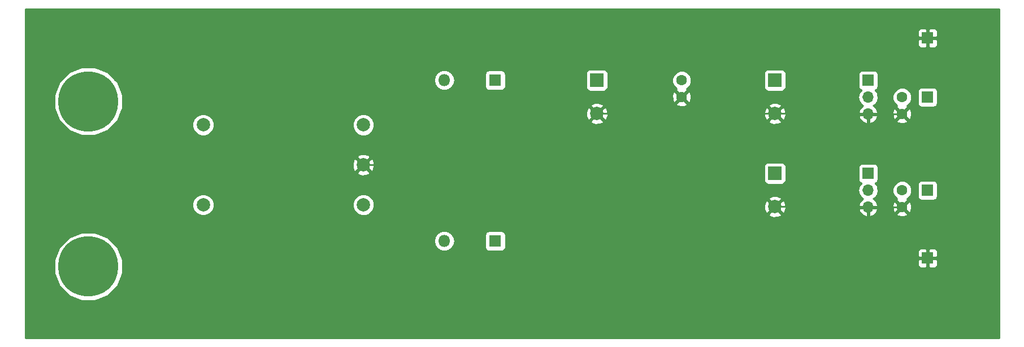
<source format=gbl>
G04 #@! TF.GenerationSoftware,KiCad,Pcbnew,(5.0.1-3-g963ef8bb5)*
G04 #@! TF.CreationDate,2018-11-01T00:56:35+09:00*
G04 #@! TF.ProjectId,firstTraining,6669727374547261696E696E672E6B69,rev?*
G04 #@! TF.SameCoordinates,Original*
G04 #@! TF.FileFunction,Copper,L2,Bot,Signal*
G04 #@! TF.FilePolarity,Positive*
%FSLAX46Y46*%
G04 Gerber Fmt 4.6, Leading zero omitted, Abs format (unit mm)*
G04 Created by KiCad (PCBNEW (5.0.1-3-g963ef8bb5)) date 2018年11月01日 木曜日 00:56:35*
%MOMM*%
%LPD*%
G01*
G04 APERTURE LIST*
G04 #@! TA.AperFunction,ComponentPad*
%ADD10R,2.000000X2.000000*%
G04 #@! TD*
G04 #@! TA.AperFunction,ComponentPad*
%ADD11C,2.000000*%
G04 #@! TD*
G04 #@! TA.AperFunction,ComponentPad*
%ADD12C,1.600000*%
G04 #@! TD*
G04 #@! TA.AperFunction,ComponentPad*
%ADD13R,1.800000X1.800000*%
G04 #@! TD*
G04 #@! TA.AperFunction,ComponentPad*
%ADD14O,1.800000X1.800000*%
G04 #@! TD*
G04 #@! TA.AperFunction,ComponentPad*
%ADD15O,1.700000X1.700000*%
G04 #@! TD*
G04 #@! TA.AperFunction,ComponentPad*
%ADD16R,1.700000X1.700000*%
G04 #@! TD*
G04 #@! TA.AperFunction,ComponentPad*
%ADD17C,9.000000*%
G04 #@! TD*
G04 #@! TA.AperFunction,ComponentPad*
%ADD18C,0.900000*%
G04 #@! TD*
G04 #@! TA.AperFunction,Conductor*
%ADD19C,0.250000*%
G04 #@! TD*
G04 #@! TA.AperFunction,Conductor*
%ADD20C,0.254000*%
G04 #@! TD*
G04 APERTURE END LIST*
D10*
G04 #@! TO.P,C1,1*
G04 #@! TO.N,Net-(C1-Pad1)*
X149860000Y-73660000D03*
D11*
G04 #@! TO.P,C1,2*
G04 #@! TO.N,GND*
X149860000Y-78660000D03*
G04 #@! TD*
D12*
G04 #@! TO.P,C2,1*
G04 #@! TO.N,Net-(C1-Pad1)*
X162560000Y-73660000D03*
G04 #@! TO.P,C2,2*
G04 #@! TO.N,GND*
X162560000Y-76160000D03*
G04 #@! TD*
D11*
G04 #@! TO.P,C3,2*
G04 #@! TO.N,GND*
X176530000Y-78660000D03*
D10*
G04 #@! TO.P,C3,1*
G04 #@! TO.N,Net-(C1-Pad1)*
X176530000Y-73660000D03*
G04 #@! TD*
G04 #@! TO.P,C4,1*
G04 #@! TO.N,Net-(C1-Pad1)*
X176530000Y-87630000D03*
D11*
G04 #@! TO.P,C4,2*
G04 #@! TO.N,GND*
X176530000Y-92630000D03*
G04 #@! TD*
D12*
G04 #@! TO.P,C5,2*
G04 #@! TO.N,GND*
X195580000Y-78700000D03*
G04 #@! TO.P,C5,1*
G04 #@! TO.N,Net-(C5-Pad1)*
X195580000Y-76200000D03*
G04 #@! TD*
G04 #@! TO.P,C6,1*
G04 #@! TO.N,Net-(C6-Pad1)*
X195580000Y-90170000D03*
G04 #@! TO.P,C6,2*
G04 #@! TO.N,GND*
X195580000Y-92670000D03*
G04 #@! TD*
D13*
G04 #@! TO.P,D1,1*
G04 #@! TO.N,Net-(C1-Pad1)*
X134620000Y-73660000D03*
D14*
G04 #@! TO.P,D1,2*
G04 #@! TO.N,Net-(D1-Pad2)*
X127000000Y-73660000D03*
G04 #@! TD*
G04 #@! TO.P,D2,2*
G04 #@! TO.N,Net-(D2-Pad2)*
X127000000Y-97790000D03*
D13*
G04 #@! TO.P,D2,1*
G04 #@! TO.N,Net-(C1-Pad1)*
X134620000Y-97790000D03*
G04 #@! TD*
D11*
G04 #@! TO.P,T1,5*
G04 #@! TO.N,Net-(D2-Pad2)*
X114870000Y-92360000D03*
G04 #@! TO.P,T1,4*
G04 #@! TO.N,GND*
X114870000Y-86360000D03*
G04 #@! TO.P,T1,3*
G04 #@! TO.N,Net-(D1-Pad2)*
X114870000Y-80360000D03*
G04 #@! TO.P,T1,2*
G04 #@! TO.N,Net-(H2-Pad1)*
X90870000Y-80360000D03*
G04 #@! TO.P,T1,1*
G04 #@! TO.N,AC*
X90870000Y-92360000D03*
G04 #@! TD*
D15*
G04 #@! TO.P,U1,3*
G04 #@! TO.N,GND*
X190500000Y-78740000D03*
G04 #@! TO.P,U1,2*
G04 #@! TO.N,Net-(C5-Pad1)*
X190500000Y-76200000D03*
D16*
G04 #@! TO.P,U1,1*
G04 #@! TO.N,Net-(C1-Pad1)*
X190500000Y-73660000D03*
G04 #@! TD*
G04 #@! TO.P,U2,1*
G04 #@! TO.N,Net-(C1-Pad1)*
X190500000Y-87630000D03*
D15*
G04 #@! TO.P,U2,2*
G04 #@! TO.N,Net-(C6-Pad1)*
X190500000Y-90170000D03*
G04 #@! TO.P,U2,3*
G04 #@! TO.N,GND*
X190500000Y-92710000D03*
G04 #@! TD*
D17*
G04 #@! TO.P,H1,1*
G04 #@! TO.N,AC*
X73660000Y-101600000D03*
D18*
X77035000Y-101600000D03*
X76046485Y-103986485D03*
X73660000Y-104975000D03*
X71273515Y-103986485D03*
X70285000Y-101600000D03*
X71273515Y-99213515D03*
X73660000Y-98225000D03*
X76046485Y-99213515D03*
G04 #@! TD*
G04 #@! TO.P,H2,1*
G04 #@! TO.N,Net-(H2-Pad1)*
X76046485Y-74458516D03*
X73660000Y-73470001D03*
X71273515Y-74458516D03*
X70285000Y-76845001D03*
X71273515Y-79231486D03*
X73660000Y-80220001D03*
X76046485Y-79231486D03*
X77035000Y-76845001D03*
D17*
X73660000Y-76845001D03*
G04 #@! TD*
D16*
G04 #@! TO.P,H3,1*
G04 #@! TO.N,Net-(C5-Pad1)*
X199390000Y-76200000D03*
G04 #@! TD*
G04 #@! TO.P,H4,1*
G04 #@! TO.N,Net-(C6-Pad1)*
X199390000Y-90170000D03*
G04 #@! TD*
G04 #@! TO.P,H5,1*
G04 #@! TO.N,GND*
X199390000Y-67310000D03*
G04 #@! TD*
G04 #@! TO.P,H6,1*
G04 #@! TO.N,GND*
X199390000Y-100330000D03*
G04 #@! TD*
D19*
G04 #@! TO.N,GND*
X165060000Y-78660000D02*
X162560000Y-76160000D01*
X176530000Y-78660000D02*
X165060000Y-78660000D01*
X142160000Y-86360000D02*
X149860000Y-78660000D01*
X114870000Y-86360000D02*
X142160000Y-86360000D01*
X160060000Y-78660000D02*
X162560000Y-76160000D01*
X149860000Y-78660000D02*
X160060000Y-78660000D01*
X176530000Y-78660000D02*
X180340000Y-82470000D01*
X180340000Y-82470000D02*
X180340000Y-88900000D01*
X180260000Y-88900000D02*
X176530000Y-92630000D01*
X180340000Y-88900000D02*
X180260000Y-88900000D01*
X190420000Y-78660000D02*
X190500000Y-78740000D01*
X176530000Y-78660000D02*
X190420000Y-78660000D01*
X190420000Y-92630000D02*
X190500000Y-92710000D01*
X176530000Y-92630000D02*
X190420000Y-92630000D01*
X195540000Y-92710000D02*
X195580000Y-92670000D01*
X190500000Y-92710000D02*
X195540000Y-92710000D01*
X190540000Y-78700000D02*
X190500000Y-78740000D01*
X195580000Y-78700000D02*
X190540000Y-78700000D01*
G04 #@! TD*
D20*
G04 #@! TO.N,GND*
G36*
X210110000Y-112320000D02*
X64210000Y-112320000D01*
X64210000Y-100578585D01*
X68525000Y-100578585D01*
X68525000Y-102621415D01*
X69306757Y-104508744D01*
X70751256Y-105953243D01*
X72638585Y-106735000D01*
X74681415Y-106735000D01*
X76568744Y-105953243D01*
X78013243Y-104508744D01*
X78795000Y-102621415D01*
X78795000Y-100615750D01*
X197905000Y-100615750D01*
X197905000Y-101306310D01*
X198001673Y-101539699D01*
X198180302Y-101718327D01*
X198413691Y-101815000D01*
X199104250Y-101815000D01*
X199263000Y-101656250D01*
X199263000Y-100457000D01*
X199517000Y-100457000D01*
X199517000Y-101656250D01*
X199675750Y-101815000D01*
X200366309Y-101815000D01*
X200599698Y-101718327D01*
X200778327Y-101539699D01*
X200875000Y-101306310D01*
X200875000Y-100615750D01*
X200716250Y-100457000D01*
X199517000Y-100457000D01*
X199263000Y-100457000D01*
X198063750Y-100457000D01*
X197905000Y-100615750D01*
X78795000Y-100615750D01*
X78795000Y-100578585D01*
X78287633Y-99353690D01*
X197905000Y-99353690D01*
X197905000Y-100044250D01*
X198063750Y-100203000D01*
X199263000Y-100203000D01*
X199263000Y-99003750D01*
X199517000Y-99003750D01*
X199517000Y-100203000D01*
X200716250Y-100203000D01*
X200875000Y-100044250D01*
X200875000Y-99353690D01*
X200778327Y-99120301D01*
X200599698Y-98941673D01*
X200366309Y-98845000D01*
X199675750Y-98845000D01*
X199517000Y-99003750D01*
X199263000Y-99003750D01*
X199104250Y-98845000D01*
X198413691Y-98845000D01*
X198180302Y-98941673D01*
X198001673Y-99120301D01*
X197905000Y-99353690D01*
X78287633Y-99353690D01*
X78013243Y-98691256D01*
X77111987Y-97790000D01*
X125434928Y-97790000D01*
X125554062Y-98388927D01*
X125893327Y-98896673D01*
X126401073Y-99235938D01*
X126848818Y-99325000D01*
X127151182Y-99325000D01*
X127598927Y-99235938D01*
X128106673Y-98896673D01*
X128445938Y-98388927D01*
X128565072Y-97790000D01*
X128445938Y-97191073D01*
X128244768Y-96890000D01*
X133072560Y-96890000D01*
X133072560Y-98690000D01*
X133121843Y-98937765D01*
X133262191Y-99147809D01*
X133472235Y-99288157D01*
X133720000Y-99337440D01*
X135520000Y-99337440D01*
X135767765Y-99288157D01*
X135977809Y-99147809D01*
X136118157Y-98937765D01*
X136167440Y-98690000D01*
X136167440Y-96890000D01*
X136118157Y-96642235D01*
X135977809Y-96432191D01*
X135767765Y-96291843D01*
X135520000Y-96242560D01*
X133720000Y-96242560D01*
X133472235Y-96291843D01*
X133262191Y-96432191D01*
X133121843Y-96642235D01*
X133072560Y-96890000D01*
X128244768Y-96890000D01*
X128106673Y-96683327D01*
X127598927Y-96344062D01*
X127151182Y-96255000D01*
X126848818Y-96255000D01*
X126401073Y-96344062D01*
X125893327Y-96683327D01*
X125554062Y-97191073D01*
X125434928Y-97790000D01*
X77111987Y-97790000D01*
X76568744Y-97246757D01*
X74681415Y-96465000D01*
X72638585Y-96465000D01*
X70751256Y-97246757D01*
X69306757Y-98691256D01*
X68525000Y-100578585D01*
X64210000Y-100578585D01*
X64210000Y-92034778D01*
X89235000Y-92034778D01*
X89235000Y-92685222D01*
X89483914Y-93286153D01*
X89943847Y-93746086D01*
X90544778Y-93995000D01*
X91195222Y-93995000D01*
X91796153Y-93746086D01*
X92256086Y-93286153D01*
X92505000Y-92685222D01*
X92505000Y-92034778D01*
X113235000Y-92034778D01*
X113235000Y-92685222D01*
X113483914Y-93286153D01*
X113943847Y-93746086D01*
X114544778Y-93995000D01*
X115195222Y-93995000D01*
X115708164Y-93782532D01*
X175557073Y-93782532D01*
X175655736Y-94049387D01*
X176265461Y-94275908D01*
X176915460Y-94251856D01*
X177404264Y-94049387D01*
X177502927Y-93782532D01*
X176530000Y-92809605D01*
X175557073Y-93782532D01*
X115708164Y-93782532D01*
X115796153Y-93746086D01*
X116256086Y-93286153D01*
X116505000Y-92685222D01*
X116505000Y-92365461D01*
X174884092Y-92365461D01*
X174908144Y-93015460D01*
X175110613Y-93504264D01*
X175377468Y-93602927D01*
X176350395Y-92630000D01*
X176709605Y-92630000D01*
X177682532Y-93602927D01*
X177949387Y-93504264D01*
X178111877Y-93066890D01*
X189058524Y-93066890D01*
X189228355Y-93476924D01*
X189618642Y-93905183D01*
X190143108Y-94151486D01*
X190373000Y-94030819D01*
X190373000Y-92837000D01*
X190627000Y-92837000D01*
X190627000Y-94030819D01*
X190856892Y-94151486D01*
X191381358Y-93905183D01*
X191588629Y-93677745D01*
X194751861Y-93677745D01*
X194825995Y-93923864D01*
X195363223Y-94116965D01*
X195933454Y-94089778D01*
X196334005Y-93923864D01*
X196408139Y-93677745D01*
X195580000Y-92849605D01*
X194751861Y-93677745D01*
X191588629Y-93677745D01*
X191771645Y-93476924D01*
X191941476Y-93066890D01*
X191820155Y-92837000D01*
X190627000Y-92837000D01*
X190373000Y-92837000D01*
X189179845Y-92837000D01*
X189058524Y-93066890D01*
X178111877Y-93066890D01*
X178175908Y-92894539D01*
X178151856Y-92244540D01*
X177949387Y-91755736D01*
X177682532Y-91657073D01*
X176709605Y-92630000D01*
X176350395Y-92630000D01*
X175377468Y-91657073D01*
X175110613Y-91755736D01*
X174884092Y-92365461D01*
X116505000Y-92365461D01*
X116505000Y-92034778D01*
X116274155Y-91477468D01*
X175557073Y-91477468D01*
X176530000Y-92450395D01*
X177502927Y-91477468D01*
X177404264Y-91210613D01*
X176794539Y-90984092D01*
X176144540Y-91008144D01*
X175655736Y-91210613D01*
X175557073Y-91477468D01*
X116274155Y-91477468D01*
X116256086Y-91433847D01*
X115796153Y-90973914D01*
X115195222Y-90725000D01*
X114544778Y-90725000D01*
X113943847Y-90973914D01*
X113483914Y-91433847D01*
X113235000Y-92034778D01*
X92505000Y-92034778D01*
X92256086Y-91433847D01*
X91796153Y-90973914D01*
X91195222Y-90725000D01*
X90544778Y-90725000D01*
X89943847Y-90973914D01*
X89483914Y-91433847D01*
X89235000Y-92034778D01*
X64210000Y-92034778D01*
X64210000Y-90170000D01*
X188985908Y-90170000D01*
X189101161Y-90749418D01*
X189429375Y-91240625D01*
X189748478Y-91453843D01*
X189618642Y-91514817D01*
X189228355Y-91943076D01*
X189058524Y-92353110D01*
X189179845Y-92583000D01*
X190373000Y-92583000D01*
X190373000Y-92563000D01*
X190627000Y-92563000D01*
X190627000Y-92583000D01*
X191820155Y-92583000D01*
X191888642Y-92453223D01*
X194133035Y-92453223D01*
X194160222Y-93023454D01*
X194326136Y-93424005D01*
X194572255Y-93498139D01*
X195400395Y-92670000D01*
X195759605Y-92670000D01*
X196587745Y-93498139D01*
X196833864Y-93424005D01*
X197026965Y-92886777D01*
X196999778Y-92316546D01*
X196833864Y-91915995D01*
X196587745Y-91841861D01*
X195759605Y-92670000D01*
X195400395Y-92670000D01*
X194572255Y-91841861D01*
X194326136Y-91915995D01*
X194133035Y-92453223D01*
X191888642Y-92453223D01*
X191941476Y-92353110D01*
X191771645Y-91943076D01*
X191381358Y-91514817D01*
X191251522Y-91453843D01*
X191570625Y-91240625D01*
X191898839Y-90749418D01*
X192014092Y-90170000D01*
X191957315Y-89884561D01*
X194145000Y-89884561D01*
X194145000Y-90455439D01*
X194363466Y-90982862D01*
X194767138Y-91386534D01*
X194832299Y-91413525D01*
X194825995Y-91416136D01*
X194751861Y-91662255D01*
X195580000Y-92490395D01*
X196408139Y-91662255D01*
X196334005Y-91416136D01*
X196327254Y-91413710D01*
X196392862Y-91386534D01*
X196796534Y-90982862D01*
X197015000Y-90455439D01*
X197015000Y-89884561D01*
X196796534Y-89357138D01*
X196759396Y-89320000D01*
X197892560Y-89320000D01*
X197892560Y-91020000D01*
X197941843Y-91267765D01*
X198082191Y-91477809D01*
X198292235Y-91618157D01*
X198540000Y-91667440D01*
X200240000Y-91667440D01*
X200487765Y-91618157D01*
X200697809Y-91477809D01*
X200838157Y-91267765D01*
X200887440Y-91020000D01*
X200887440Y-89320000D01*
X200838157Y-89072235D01*
X200697809Y-88862191D01*
X200487765Y-88721843D01*
X200240000Y-88672560D01*
X198540000Y-88672560D01*
X198292235Y-88721843D01*
X198082191Y-88862191D01*
X197941843Y-89072235D01*
X197892560Y-89320000D01*
X196759396Y-89320000D01*
X196392862Y-88953466D01*
X195865439Y-88735000D01*
X195294561Y-88735000D01*
X194767138Y-88953466D01*
X194363466Y-89357138D01*
X194145000Y-89884561D01*
X191957315Y-89884561D01*
X191898839Y-89590582D01*
X191570625Y-89099375D01*
X191552381Y-89087184D01*
X191597765Y-89078157D01*
X191807809Y-88937809D01*
X191948157Y-88727765D01*
X191997440Y-88480000D01*
X191997440Y-86780000D01*
X191948157Y-86532235D01*
X191807809Y-86322191D01*
X191597765Y-86181843D01*
X191350000Y-86132560D01*
X189650000Y-86132560D01*
X189402235Y-86181843D01*
X189192191Y-86322191D01*
X189051843Y-86532235D01*
X189002560Y-86780000D01*
X189002560Y-88480000D01*
X189051843Y-88727765D01*
X189192191Y-88937809D01*
X189402235Y-89078157D01*
X189447619Y-89087184D01*
X189429375Y-89099375D01*
X189101161Y-89590582D01*
X188985908Y-90170000D01*
X64210000Y-90170000D01*
X64210000Y-87512532D01*
X113897073Y-87512532D01*
X113995736Y-87779387D01*
X114605461Y-88005908D01*
X115255460Y-87981856D01*
X115744264Y-87779387D01*
X115842927Y-87512532D01*
X114870000Y-86539605D01*
X113897073Y-87512532D01*
X64210000Y-87512532D01*
X64210000Y-86095461D01*
X113224092Y-86095461D01*
X113248144Y-86745460D01*
X113450613Y-87234264D01*
X113717468Y-87332927D01*
X114690395Y-86360000D01*
X115049605Y-86360000D01*
X116022532Y-87332927D01*
X116289387Y-87234264D01*
X116513879Y-86630000D01*
X174882560Y-86630000D01*
X174882560Y-88630000D01*
X174931843Y-88877765D01*
X175072191Y-89087809D01*
X175282235Y-89228157D01*
X175530000Y-89277440D01*
X177530000Y-89277440D01*
X177777765Y-89228157D01*
X177987809Y-89087809D01*
X178128157Y-88877765D01*
X178177440Y-88630000D01*
X178177440Y-86630000D01*
X178128157Y-86382235D01*
X177987809Y-86172191D01*
X177777765Y-86031843D01*
X177530000Y-85982560D01*
X175530000Y-85982560D01*
X175282235Y-86031843D01*
X175072191Y-86172191D01*
X174931843Y-86382235D01*
X174882560Y-86630000D01*
X116513879Y-86630000D01*
X116515908Y-86624539D01*
X116491856Y-85974540D01*
X116289387Y-85485736D01*
X116022532Y-85387073D01*
X115049605Y-86360000D01*
X114690395Y-86360000D01*
X113717468Y-85387073D01*
X113450613Y-85485736D01*
X113224092Y-86095461D01*
X64210000Y-86095461D01*
X64210000Y-85207468D01*
X113897073Y-85207468D01*
X114870000Y-86180395D01*
X115842927Y-85207468D01*
X115744264Y-84940613D01*
X115134539Y-84714092D01*
X114484540Y-84738144D01*
X113995736Y-84940613D01*
X113897073Y-85207468D01*
X64210000Y-85207468D01*
X64210000Y-75823586D01*
X68525000Y-75823586D01*
X68525000Y-77866416D01*
X69306757Y-79753745D01*
X70751256Y-81198244D01*
X72638585Y-81980001D01*
X74681415Y-81980001D01*
X76568744Y-81198244D01*
X77732210Y-80034778D01*
X89235000Y-80034778D01*
X89235000Y-80685222D01*
X89483914Y-81286153D01*
X89943847Y-81746086D01*
X90544778Y-81995000D01*
X91195222Y-81995000D01*
X91796153Y-81746086D01*
X92256086Y-81286153D01*
X92505000Y-80685222D01*
X92505000Y-80034778D01*
X113235000Y-80034778D01*
X113235000Y-80685222D01*
X113483914Y-81286153D01*
X113943847Y-81746086D01*
X114544778Y-81995000D01*
X115195222Y-81995000D01*
X115796153Y-81746086D01*
X116256086Y-81286153D01*
X116505000Y-80685222D01*
X116505000Y-80034778D01*
X116412943Y-79812532D01*
X148887073Y-79812532D01*
X148985736Y-80079387D01*
X149595461Y-80305908D01*
X150245460Y-80281856D01*
X150734264Y-80079387D01*
X150832927Y-79812532D01*
X175557073Y-79812532D01*
X175655736Y-80079387D01*
X176265461Y-80305908D01*
X176915460Y-80281856D01*
X177404264Y-80079387D01*
X177502927Y-79812532D01*
X176530000Y-78839605D01*
X175557073Y-79812532D01*
X150832927Y-79812532D01*
X149860000Y-78839605D01*
X148887073Y-79812532D01*
X116412943Y-79812532D01*
X116256086Y-79433847D01*
X115796153Y-78973914D01*
X115195222Y-78725000D01*
X114544778Y-78725000D01*
X113943847Y-78973914D01*
X113483914Y-79433847D01*
X113235000Y-80034778D01*
X92505000Y-80034778D01*
X92256086Y-79433847D01*
X91796153Y-78973914D01*
X91195222Y-78725000D01*
X90544778Y-78725000D01*
X89943847Y-78973914D01*
X89483914Y-79433847D01*
X89235000Y-80034778D01*
X77732210Y-80034778D01*
X78013243Y-79753745D01*
X78575862Y-78395461D01*
X148214092Y-78395461D01*
X148238144Y-79045460D01*
X148440613Y-79534264D01*
X148707468Y-79632927D01*
X149680395Y-78660000D01*
X150039605Y-78660000D01*
X151012532Y-79632927D01*
X151279387Y-79534264D01*
X151505908Y-78924539D01*
X151486331Y-78395461D01*
X174884092Y-78395461D01*
X174908144Y-79045460D01*
X175110613Y-79534264D01*
X175377468Y-79632927D01*
X176350395Y-78660000D01*
X176709605Y-78660000D01*
X177682532Y-79632927D01*
X177949387Y-79534264D01*
X178111877Y-79096890D01*
X189058524Y-79096890D01*
X189228355Y-79506924D01*
X189618642Y-79935183D01*
X190143108Y-80181486D01*
X190373000Y-80060819D01*
X190373000Y-78867000D01*
X190627000Y-78867000D01*
X190627000Y-80060819D01*
X190856892Y-80181486D01*
X191381358Y-79935183D01*
X191588629Y-79707745D01*
X194751861Y-79707745D01*
X194825995Y-79953864D01*
X195363223Y-80146965D01*
X195933454Y-80119778D01*
X196334005Y-79953864D01*
X196408139Y-79707745D01*
X195580000Y-78879605D01*
X194751861Y-79707745D01*
X191588629Y-79707745D01*
X191771645Y-79506924D01*
X191941476Y-79096890D01*
X191820155Y-78867000D01*
X190627000Y-78867000D01*
X190373000Y-78867000D01*
X189179845Y-78867000D01*
X189058524Y-79096890D01*
X178111877Y-79096890D01*
X178175908Y-78924539D01*
X178151856Y-78274540D01*
X177949387Y-77785736D01*
X177682532Y-77687073D01*
X176709605Y-78660000D01*
X176350395Y-78660000D01*
X175377468Y-77687073D01*
X175110613Y-77785736D01*
X174884092Y-78395461D01*
X151486331Y-78395461D01*
X151481856Y-78274540D01*
X151279387Y-77785736D01*
X151012532Y-77687073D01*
X150039605Y-78660000D01*
X149680395Y-78660000D01*
X148707468Y-77687073D01*
X148440613Y-77785736D01*
X148214092Y-78395461D01*
X78575862Y-78395461D01*
X78795000Y-77866416D01*
X78795000Y-77507468D01*
X148887073Y-77507468D01*
X149860000Y-78480395D01*
X150832927Y-77507468D01*
X150734264Y-77240613D01*
X150538126Y-77167745D01*
X161731861Y-77167745D01*
X161805995Y-77413864D01*
X162343223Y-77606965D01*
X162913454Y-77579778D01*
X163088025Y-77507468D01*
X175557073Y-77507468D01*
X176530000Y-78480395D01*
X177502927Y-77507468D01*
X177404264Y-77240613D01*
X176794539Y-77014092D01*
X176144540Y-77038144D01*
X175655736Y-77240613D01*
X175557073Y-77507468D01*
X163088025Y-77507468D01*
X163314005Y-77413864D01*
X163388139Y-77167745D01*
X162560000Y-76339605D01*
X161731861Y-77167745D01*
X150538126Y-77167745D01*
X150124539Y-77014092D01*
X149474540Y-77038144D01*
X148985736Y-77240613D01*
X148887073Y-77507468D01*
X78795000Y-77507468D01*
X78795000Y-75943223D01*
X161113035Y-75943223D01*
X161140222Y-76513454D01*
X161306136Y-76914005D01*
X161552255Y-76988139D01*
X162380395Y-76160000D01*
X162739605Y-76160000D01*
X163567745Y-76988139D01*
X163813864Y-76914005D01*
X164006965Y-76376777D01*
X163998537Y-76200000D01*
X188985908Y-76200000D01*
X189101161Y-76779418D01*
X189429375Y-77270625D01*
X189748478Y-77483843D01*
X189618642Y-77544817D01*
X189228355Y-77973076D01*
X189058524Y-78383110D01*
X189179845Y-78613000D01*
X190373000Y-78613000D01*
X190373000Y-78593000D01*
X190627000Y-78593000D01*
X190627000Y-78613000D01*
X191820155Y-78613000D01*
X191888642Y-78483223D01*
X194133035Y-78483223D01*
X194160222Y-79053454D01*
X194326136Y-79454005D01*
X194572255Y-79528139D01*
X195400395Y-78700000D01*
X195759605Y-78700000D01*
X196587745Y-79528139D01*
X196833864Y-79454005D01*
X197026965Y-78916777D01*
X196999778Y-78346546D01*
X196833864Y-77945995D01*
X196587745Y-77871861D01*
X195759605Y-78700000D01*
X195400395Y-78700000D01*
X194572255Y-77871861D01*
X194326136Y-77945995D01*
X194133035Y-78483223D01*
X191888642Y-78483223D01*
X191941476Y-78383110D01*
X191771645Y-77973076D01*
X191381358Y-77544817D01*
X191251522Y-77483843D01*
X191570625Y-77270625D01*
X191898839Y-76779418D01*
X192014092Y-76200000D01*
X191957315Y-75914561D01*
X194145000Y-75914561D01*
X194145000Y-76485439D01*
X194363466Y-77012862D01*
X194767138Y-77416534D01*
X194832299Y-77443525D01*
X194825995Y-77446136D01*
X194751861Y-77692255D01*
X195580000Y-78520395D01*
X196408139Y-77692255D01*
X196334005Y-77446136D01*
X196327254Y-77443710D01*
X196392862Y-77416534D01*
X196796534Y-77012862D01*
X197015000Y-76485439D01*
X197015000Y-75914561D01*
X196796534Y-75387138D01*
X196759396Y-75350000D01*
X197892560Y-75350000D01*
X197892560Y-77050000D01*
X197941843Y-77297765D01*
X198082191Y-77507809D01*
X198292235Y-77648157D01*
X198540000Y-77697440D01*
X200240000Y-77697440D01*
X200487765Y-77648157D01*
X200697809Y-77507809D01*
X200838157Y-77297765D01*
X200887440Y-77050000D01*
X200887440Y-75350000D01*
X200838157Y-75102235D01*
X200697809Y-74892191D01*
X200487765Y-74751843D01*
X200240000Y-74702560D01*
X198540000Y-74702560D01*
X198292235Y-74751843D01*
X198082191Y-74892191D01*
X197941843Y-75102235D01*
X197892560Y-75350000D01*
X196759396Y-75350000D01*
X196392862Y-74983466D01*
X195865439Y-74765000D01*
X195294561Y-74765000D01*
X194767138Y-74983466D01*
X194363466Y-75387138D01*
X194145000Y-75914561D01*
X191957315Y-75914561D01*
X191898839Y-75620582D01*
X191570625Y-75129375D01*
X191552381Y-75117184D01*
X191597765Y-75108157D01*
X191807809Y-74967809D01*
X191948157Y-74757765D01*
X191997440Y-74510000D01*
X191997440Y-72810000D01*
X191948157Y-72562235D01*
X191807809Y-72352191D01*
X191597765Y-72211843D01*
X191350000Y-72162560D01*
X189650000Y-72162560D01*
X189402235Y-72211843D01*
X189192191Y-72352191D01*
X189051843Y-72562235D01*
X189002560Y-72810000D01*
X189002560Y-74510000D01*
X189051843Y-74757765D01*
X189192191Y-74967809D01*
X189402235Y-75108157D01*
X189447619Y-75117184D01*
X189429375Y-75129375D01*
X189101161Y-75620582D01*
X188985908Y-76200000D01*
X163998537Y-76200000D01*
X163979778Y-75806546D01*
X163813864Y-75405995D01*
X163567745Y-75331861D01*
X162739605Y-76160000D01*
X162380395Y-76160000D01*
X161552255Y-75331861D01*
X161306136Y-75405995D01*
X161113035Y-75943223D01*
X78795000Y-75943223D01*
X78795000Y-75823586D01*
X78013243Y-73936257D01*
X77736986Y-73660000D01*
X125434928Y-73660000D01*
X125554062Y-74258927D01*
X125893327Y-74766673D01*
X126401073Y-75105938D01*
X126848818Y-75195000D01*
X127151182Y-75195000D01*
X127598927Y-75105938D01*
X128106673Y-74766673D01*
X128445938Y-74258927D01*
X128565072Y-73660000D01*
X128445938Y-73061073D01*
X128244768Y-72760000D01*
X133072560Y-72760000D01*
X133072560Y-74560000D01*
X133121843Y-74807765D01*
X133262191Y-75017809D01*
X133472235Y-75158157D01*
X133720000Y-75207440D01*
X135520000Y-75207440D01*
X135767765Y-75158157D01*
X135977809Y-75017809D01*
X136118157Y-74807765D01*
X136167440Y-74560000D01*
X136167440Y-72760000D01*
X136147549Y-72660000D01*
X148212560Y-72660000D01*
X148212560Y-74660000D01*
X148261843Y-74907765D01*
X148402191Y-75117809D01*
X148612235Y-75258157D01*
X148860000Y-75307440D01*
X150860000Y-75307440D01*
X151107765Y-75258157D01*
X151317809Y-75117809D01*
X151458157Y-74907765D01*
X151507440Y-74660000D01*
X151507440Y-73374561D01*
X161125000Y-73374561D01*
X161125000Y-73945439D01*
X161343466Y-74472862D01*
X161747138Y-74876534D01*
X161812299Y-74903525D01*
X161805995Y-74906136D01*
X161731861Y-75152255D01*
X162560000Y-75980395D01*
X163388139Y-75152255D01*
X163314005Y-74906136D01*
X163307254Y-74903710D01*
X163372862Y-74876534D01*
X163776534Y-74472862D01*
X163995000Y-73945439D01*
X163995000Y-73374561D01*
X163776534Y-72847138D01*
X163589396Y-72660000D01*
X174882560Y-72660000D01*
X174882560Y-74660000D01*
X174931843Y-74907765D01*
X175072191Y-75117809D01*
X175282235Y-75258157D01*
X175530000Y-75307440D01*
X177530000Y-75307440D01*
X177777765Y-75258157D01*
X177987809Y-75117809D01*
X178128157Y-74907765D01*
X178177440Y-74660000D01*
X178177440Y-72660000D01*
X178128157Y-72412235D01*
X177987809Y-72202191D01*
X177777765Y-72061843D01*
X177530000Y-72012560D01*
X175530000Y-72012560D01*
X175282235Y-72061843D01*
X175072191Y-72202191D01*
X174931843Y-72412235D01*
X174882560Y-72660000D01*
X163589396Y-72660000D01*
X163372862Y-72443466D01*
X162845439Y-72225000D01*
X162274561Y-72225000D01*
X161747138Y-72443466D01*
X161343466Y-72847138D01*
X161125000Y-73374561D01*
X151507440Y-73374561D01*
X151507440Y-72660000D01*
X151458157Y-72412235D01*
X151317809Y-72202191D01*
X151107765Y-72061843D01*
X150860000Y-72012560D01*
X148860000Y-72012560D01*
X148612235Y-72061843D01*
X148402191Y-72202191D01*
X148261843Y-72412235D01*
X148212560Y-72660000D01*
X136147549Y-72660000D01*
X136118157Y-72512235D01*
X135977809Y-72302191D01*
X135767765Y-72161843D01*
X135520000Y-72112560D01*
X133720000Y-72112560D01*
X133472235Y-72161843D01*
X133262191Y-72302191D01*
X133121843Y-72512235D01*
X133072560Y-72760000D01*
X128244768Y-72760000D01*
X128106673Y-72553327D01*
X127598927Y-72214062D01*
X127151182Y-72125000D01*
X126848818Y-72125000D01*
X126401073Y-72214062D01*
X125893327Y-72553327D01*
X125554062Y-73061073D01*
X125434928Y-73660000D01*
X77736986Y-73660000D01*
X76568744Y-72491758D01*
X74681415Y-71710001D01*
X72638585Y-71710001D01*
X70751256Y-72491758D01*
X69306757Y-73936257D01*
X68525000Y-75823586D01*
X64210000Y-75823586D01*
X64210000Y-67595750D01*
X197905000Y-67595750D01*
X197905000Y-68286310D01*
X198001673Y-68519699D01*
X198180302Y-68698327D01*
X198413691Y-68795000D01*
X199104250Y-68795000D01*
X199263000Y-68636250D01*
X199263000Y-67437000D01*
X199517000Y-67437000D01*
X199517000Y-68636250D01*
X199675750Y-68795000D01*
X200366309Y-68795000D01*
X200599698Y-68698327D01*
X200778327Y-68519699D01*
X200875000Y-68286310D01*
X200875000Y-67595750D01*
X200716250Y-67437000D01*
X199517000Y-67437000D01*
X199263000Y-67437000D01*
X198063750Y-67437000D01*
X197905000Y-67595750D01*
X64210000Y-67595750D01*
X64210000Y-66333690D01*
X197905000Y-66333690D01*
X197905000Y-67024250D01*
X198063750Y-67183000D01*
X199263000Y-67183000D01*
X199263000Y-65983750D01*
X199517000Y-65983750D01*
X199517000Y-67183000D01*
X200716250Y-67183000D01*
X200875000Y-67024250D01*
X200875000Y-66333690D01*
X200778327Y-66100301D01*
X200599698Y-65921673D01*
X200366309Y-65825000D01*
X199675750Y-65825000D01*
X199517000Y-65983750D01*
X199263000Y-65983750D01*
X199104250Y-65825000D01*
X198413691Y-65825000D01*
X198180302Y-65921673D01*
X198001673Y-66100301D01*
X197905000Y-66333690D01*
X64210000Y-66333690D01*
X64210000Y-62940000D01*
X210110001Y-62940000D01*
X210110000Y-112320000D01*
X210110000Y-112320000D01*
G37*
X210110000Y-112320000D02*
X64210000Y-112320000D01*
X64210000Y-100578585D01*
X68525000Y-100578585D01*
X68525000Y-102621415D01*
X69306757Y-104508744D01*
X70751256Y-105953243D01*
X72638585Y-106735000D01*
X74681415Y-106735000D01*
X76568744Y-105953243D01*
X78013243Y-104508744D01*
X78795000Y-102621415D01*
X78795000Y-100615750D01*
X197905000Y-100615750D01*
X197905000Y-101306310D01*
X198001673Y-101539699D01*
X198180302Y-101718327D01*
X198413691Y-101815000D01*
X199104250Y-101815000D01*
X199263000Y-101656250D01*
X199263000Y-100457000D01*
X199517000Y-100457000D01*
X199517000Y-101656250D01*
X199675750Y-101815000D01*
X200366309Y-101815000D01*
X200599698Y-101718327D01*
X200778327Y-101539699D01*
X200875000Y-101306310D01*
X200875000Y-100615750D01*
X200716250Y-100457000D01*
X199517000Y-100457000D01*
X199263000Y-100457000D01*
X198063750Y-100457000D01*
X197905000Y-100615750D01*
X78795000Y-100615750D01*
X78795000Y-100578585D01*
X78287633Y-99353690D01*
X197905000Y-99353690D01*
X197905000Y-100044250D01*
X198063750Y-100203000D01*
X199263000Y-100203000D01*
X199263000Y-99003750D01*
X199517000Y-99003750D01*
X199517000Y-100203000D01*
X200716250Y-100203000D01*
X200875000Y-100044250D01*
X200875000Y-99353690D01*
X200778327Y-99120301D01*
X200599698Y-98941673D01*
X200366309Y-98845000D01*
X199675750Y-98845000D01*
X199517000Y-99003750D01*
X199263000Y-99003750D01*
X199104250Y-98845000D01*
X198413691Y-98845000D01*
X198180302Y-98941673D01*
X198001673Y-99120301D01*
X197905000Y-99353690D01*
X78287633Y-99353690D01*
X78013243Y-98691256D01*
X77111987Y-97790000D01*
X125434928Y-97790000D01*
X125554062Y-98388927D01*
X125893327Y-98896673D01*
X126401073Y-99235938D01*
X126848818Y-99325000D01*
X127151182Y-99325000D01*
X127598927Y-99235938D01*
X128106673Y-98896673D01*
X128445938Y-98388927D01*
X128565072Y-97790000D01*
X128445938Y-97191073D01*
X128244768Y-96890000D01*
X133072560Y-96890000D01*
X133072560Y-98690000D01*
X133121843Y-98937765D01*
X133262191Y-99147809D01*
X133472235Y-99288157D01*
X133720000Y-99337440D01*
X135520000Y-99337440D01*
X135767765Y-99288157D01*
X135977809Y-99147809D01*
X136118157Y-98937765D01*
X136167440Y-98690000D01*
X136167440Y-96890000D01*
X136118157Y-96642235D01*
X135977809Y-96432191D01*
X135767765Y-96291843D01*
X135520000Y-96242560D01*
X133720000Y-96242560D01*
X133472235Y-96291843D01*
X133262191Y-96432191D01*
X133121843Y-96642235D01*
X133072560Y-96890000D01*
X128244768Y-96890000D01*
X128106673Y-96683327D01*
X127598927Y-96344062D01*
X127151182Y-96255000D01*
X126848818Y-96255000D01*
X126401073Y-96344062D01*
X125893327Y-96683327D01*
X125554062Y-97191073D01*
X125434928Y-97790000D01*
X77111987Y-97790000D01*
X76568744Y-97246757D01*
X74681415Y-96465000D01*
X72638585Y-96465000D01*
X70751256Y-97246757D01*
X69306757Y-98691256D01*
X68525000Y-100578585D01*
X64210000Y-100578585D01*
X64210000Y-92034778D01*
X89235000Y-92034778D01*
X89235000Y-92685222D01*
X89483914Y-93286153D01*
X89943847Y-93746086D01*
X90544778Y-93995000D01*
X91195222Y-93995000D01*
X91796153Y-93746086D01*
X92256086Y-93286153D01*
X92505000Y-92685222D01*
X92505000Y-92034778D01*
X113235000Y-92034778D01*
X113235000Y-92685222D01*
X113483914Y-93286153D01*
X113943847Y-93746086D01*
X114544778Y-93995000D01*
X115195222Y-93995000D01*
X115708164Y-93782532D01*
X175557073Y-93782532D01*
X175655736Y-94049387D01*
X176265461Y-94275908D01*
X176915460Y-94251856D01*
X177404264Y-94049387D01*
X177502927Y-93782532D01*
X176530000Y-92809605D01*
X175557073Y-93782532D01*
X115708164Y-93782532D01*
X115796153Y-93746086D01*
X116256086Y-93286153D01*
X116505000Y-92685222D01*
X116505000Y-92365461D01*
X174884092Y-92365461D01*
X174908144Y-93015460D01*
X175110613Y-93504264D01*
X175377468Y-93602927D01*
X176350395Y-92630000D01*
X176709605Y-92630000D01*
X177682532Y-93602927D01*
X177949387Y-93504264D01*
X178111877Y-93066890D01*
X189058524Y-93066890D01*
X189228355Y-93476924D01*
X189618642Y-93905183D01*
X190143108Y-94151486D01*
X190373000Y-94030819D01*
X190373000Y-92837000D01*
X190627000Y-92837000D01*
X190627000Y-94030819D01*
X190856892Y-94151486D01*
X191381358Y-93905183D01*
X191588629Y-93677745D01*
X194751861Y-93677745D01*
X194825995Y-93923864D01*
X195363223Y-94116965D01*
X195933454Y-94089778D01*
X196334005Y-93923864D01*
X196408139Y-93677745D01*
X195580000Y-92849605D01*
X194751861Y-93677745D01*
X191588629Y-93677745D01*
X191771645Y-93476924D01*
X191941476Y-93066890D01*
X191820155Y-92837000D01*
X190627000Y-92837000D01*
X190373000Y-92837000D01*
X189179845Y-92837000D01*
X189058524Y-93066890D01*
X178111877Y-93066890D01*
X178175908Y-92894539D01*
X178151856Y-92244540D01*
X177949387Y-91755736D01*
X177682532Y-91657073D01*
X176709605Y-92630000D01*
X176350395Y-92630000D01*
X175377468Y-91657073D01*
X175110613Y-91755736D01*
X174884092Y-92365461D01*
X116505000Y-92365461D01*
X116505000Y-92034778D01*
X116274155Y-91477468D01*
X175557073Y-91477468D01*
X176530000Y-92450395D01*
X177502927Y-91477468D01*
X177404264Y-91210613D01*
X176794539Y-90984092D01*
X176144540Y-91008144D01*
X175655736Y-91210613D01*
X175557073Y-91477468D01*
X116274155Y-91477468D01*
X116256086Y-91433847D01*
X115796153Y-90973914D01*
X115195222Y-90725000D01*
X114544778Y-90725000D01*
X113943847Y-90973914D01*
X113483914Y-91433847D01*
X113235000Y-92034778D01*
X92505000Y-92034778D01*
X92256086Y-91433847D01*
X91796153Y-90973914D01*
X91195222Y-90725000D01*
X90544778Y-90725000D01*
X89943847Y-90973914D01*
X89483914Y-91433847D01*
X89235000Y-92034778D01*
X64210000Y-92034778D01*
X64210000Y-90170000D01*
X188985908Y-90170000D01*
X189101161Y-90749418D01*
X189429375Y-91240625D01*
X189748478Y-91453843D01*
X189618642Y-91514817D01*
X189228355Y-91943076D01*
X189058524Y-92353110D01*
X189179845Y-92583000D01*
X190373000Y-92583000D01*
X190373000Y-92563000D01*
X190627000Y-92563000D01*
X190627000Y-92583000D01*
X191820155Y-92583000D01*
X191888642Y-92453223D01*
X194133035Y-92453223D01*
X194160222Y-93023454D01*
X194326136Y-93424005D01*
X194572255Y-93498139D01*
X195400395Y-92670000D01*
X195759605Y-92670000D01*
X196587745Y-93498139D01*
X196833864Y-93424005D01*
X197026965Y-92886777D01*
X196999778Y-92316546D01*
X196833864Y-91915995D01*
X196587745Y-91841861D01*
X195759605Y-92670000D01*
X195400395Y-92670000D01*
X194572255Y-91841861D01*
X194326136Y-91915995D01*
X194133035Y-92453223D01*
X191888642Y-92453223D01*
X191941476Y-92353110D01*
X191771645Y-91943076D01*
X191381358Y-91514817D01*
X191251522Y-91453843D01*
X191570625Y-91240625D01*
X191898839Y-90749418D01*
X192014092Y-90170000D01*
X191957315Y-89884561D01*
X194145000Y-89884561D01*
X194145000Y-90455439D01*
X194363466Y-90982862D01*
X194767138Y-91386534D01*
X194832299Y-91413525D01*
X194825995Y-91416136D01*
X194751861Y-91662255D01*
X195580000Y-92490395D01*
X196408139Y-91662255D01*
X196334005Y-91416136D01*
X196327254Y-91413710D01*
X196392862Y-91386534D01*
X196796534Y-90982862D01*
X197015000Y-90455439D01*
X197015000Y-89884561D01*
X196796534Y-89357138D01*
X196759396Y-89320000D01*
X197892560Y-89320000D01*
X197892560Y-91020000D01*
X197941843Y-91267765D01*
X198082191Y-91477809D01*
X198292235Y-91618157D01*
X198540000Y-91667440D01*
X200240000Y-91667440D01*
X200487765Y-91618157D01*
X200697809Y-91477809D01*
X200838157Y-91267765D01*
X200887440Y-91020000D01*
X200887440Y-89320000D01*
X200838157Y-89072235D01*
X200697809Y-88862191D01*
X200487765Y-88721843D01*
X200240000Y-88672560D01*
X198540000Y-88672560D01*
X198292235Y-88721843D01*
X198082191Y-88862191D01*
X197941843Y-89072235D01*
X197892560Y-89320000D01*
X196759396Y-89320000D01*
X196392862Y-88953466D01*
X195865439Y-88735000D01*
X195294561Y-88735000D01*
X194767138Y-88953466D01*
X194363466Y-89357138D01*
X194145000Y-89884561D01*
X191957315Y-89884561D01*
X191898839Y-89590582D01*
X191570625Y-89099375D01*
X191552381Y-89087184D01*
X191597765Y-89078157D01*
X191807809Y-88937809D01*
X191948157Y-88727765D01*
X191997440Y-88480000D01*
X191997440Y-86780000D01*
X191948157Y-86532235D01*
X191807809Y-86322191D01*
X191597765Y-86181843D01*
X191350000Y-86132560D01*
X189650000Y-86132560D01*
X189402235Y-86181843D01*
X189192191Y-86322191D01*
X189051843Y-86532235D01*
X189002560Y-86780000D01*
X189002560Y-88480000D01*
X189051843Y-88727765D01*
X189192191Y-88937809D01*
X189402235Y-89078157D01*
X189447619Y-89087184D01*
X189429375Y-89099375D01*
X189101161Y-89590582D01*
X188985908Y-90170000D01*
X64210000Y-90170000D01*
X64210000Y-87512532D01*
X113897073Y-87512532D01*
X113995736Y-87779387D01*
X114605461Y-88005908D01*
X115255460Y-87981856D01*
X115744264Y-87779387D01*
X115842927Y-87512532D01*
X114870000Y-86539605D01*
X113897073Y-87512532D01*
X64210000Y-87512532D01*
X64210000Y-86095461D01*
X113224092Y-86095461D01*
X113248144Y-86745460D01*
X113450613Y-87234264D01*
X113717468Y-87332927D01*
X114690395Y-86360000D01*
X115049605Y-86360000D01*
X116022532Y-87332927D01*
X116289387Y-87234264D01*
X116513879Y-86630000D01*
X174882560Y-86630000D01*
X174882560Y-88630000D01*
X174931843Y-88877765D01*
X175072191Y-89087809D01*
X175282235Y-89228157D01*
X175530000Y-89277440D01*
X177530000Y-89277440D01*
X177777765Y-89228157D01*
X177987809Y-89087809D01*
X178128157Y-88877765D01*
X178177440Y-88630000D01*
X178177440Y-86630000D01*
X178128157Y-86382235D01*
X177987809Y-86172191D01*
X177777765Y-86031843D01*
X177530000Y-85982560D01*
X175530000Y-85982560D01*
X175282235Y-86031843D01*
X175072191Y-86172191D01*
X174931843Y-86382235D01*
X174882560Y-86630000D01*
X116513879Y-86630000D01*
X116515908Y-86624539D01*
X116491856Y-85974540D01*
X116289387Y-85485736D01*
X116022532Y-85387073D01*
X115049605Y-86360000D01*
X114690395Y-86360000D01*
X113717468Y-85387073D01*
X113450613Y-85485736D01*
X113224092Y-86095461D01*
X64210000Y-86095461D01*
X64210000Y-85207468D01*
X113897073Y-85207468D01*
X114870000Y-86180395D01*
X115842927Y-85207468D01*
X115744264Y-84940613D01*
X115134539Y-84714092D01*
X114484540Y-84738144D01*
X113995736Y-84940613D01*
X113897073Y-85207468D01*
X64210000Y-85207468D01*
X64210000Y-75823586D01*
X68525000Y-75823586D01*
X68525000Y-77866416D01*
X69306757Y-79753745D01*
X70751256Y-81198244D01*
X72638585Y-81980001D01*
X74681415Y-81980001D01*
X76568744Y-81198244D01*
X77732210Y-80034778D01*
X89235000Y-80034778D01*
X89235000Y-80685222D01*
X89483914Y-81286153D01*
X89943847Y-81746086D01*
X90544778Y-81995000D01*
X91195222Y-81995000D01*
X91796153Y-81746086D01*
X92256086Y-81286153D01*
X92505000Y-80685222D01*
X92505000Y-80034778D01*
X113235000Y-80034778D01*
X113235000Y-80685222D01*
X113483914Y-81286153D01*
X113943847Y-81746086D01*
X114544778Y-81995000D01*
X115195222Y-81995000D01*
X115796153Y-81746086D01*
X116256086Y-81286153D01*
X116505000Y-80685222D01*
X116505000Y-80034778D01*
X116412943Y-79812532D01*
X148887073Y-79812532D01*
X148985736Y-80079387D01*
X149595461Y-80305908D01*
X150245460Y-80281856D01*
X150734264Y-80079387D01*
X150832927Y-79812532D01*
X175557073Y-79812532D01*
X175655736Y-80079387D01*
X176265461Y-80305908D01*
X176915460Y-80281856D01*
X177404264Y-80079387D01*
X177502927Y-79812532D01*
X176530000Y-78839605D01*
X175557073Y-79812532D01*
X150832927Y-79812532D01*
X149860000Y-78839605D01*
X148887073Y-79812532D01*
X116412943Y-79812532D01*
X116256086Y-79433847D01*
X115796153Y-78973914D01*
X115195222Y-78725000D01*
X114544778Y-78725000D01*
X113943847Y-78973914D01*
X113483914Y-79433847D01*
X113235000Y-80034778D01*
X92505000Y-80034778D01*
X92256086Y-79433847D01*
X91796153Y-78973914D01*
X91195222Y-78725000D01*
X90544778Y-78725000D01*
X89943847Y-78973914D01*
X89483914Y-79433847D01*
X89235000Y-80034778D01*
X77732210Y-80034778D01*
X78013243Y-79753745D01*
X78575862Y-78395461D01*
X148214092Y-78395461D01*
X148238144Y-79045460D01*
X148440613Y-79534264D01*
X148707468Y-79632927D01*
X149680395Y-78660000D01*
X150039605Y-78660000D01*
X151012532Y-79632927D01*
X151279387Y-79534264D01*
X151505908Y-78924539D01*
X151486331Y-78395461D01*
X174884092Y-78395461D01*
X174908144Y-79045460D01*
X175110613Y-79534264D01*
X175377468Y-79632927D01*
X176350395Y-78660000D01*
X176709605Y-78660000D01*
X177682532Y-79632927D01*
X177949387Y-79534264D01*
X178111877Y-79096890D01*
X189058524Y-79096890D01*
X189228355Y-79506924D01*
X189618642Y-79935183D01*
X190143108Y-80181486D01*
X190373000Y-80060819D01*
X190373000Y-78867000D01*
X190627000Y-78867000D01*
X190627000Y-80060819D01*
X190856892Y-80181486D01*
X191381358Y-79935183D01*
X191588629Y-79707745D01*
X194751861Y-79707745D01*
X194825995Y-79953864D01*
X195363223Y-80146965D01*
X195933454Y-80119778D01*
X196334005Y-79953864D01*
X196408139Y-79707745D01*
X195580000Y-78879605D01*
X194751861Y-79707745D01*
X191588629Y-79707745D01*
X191771645Y-79506924D01*
X191941476Y-79096890D01*
X191820155Y-78867000D01*
X190627000Y-78867000D01*
X190373000Y-78867000D01*
X189179845Y-78867000D01*
X189058524Y-79096890D01*
X178111877Y-79096890D01*
X178175908Y-78924539D01*
X178151856Y-78274540D01*
X177949387Y-77785736D01*
X177682532Y-77687073D01*
X176709605Y-78660000D01*
X176350395Y-78660000D01*
X175377468Y-77687073D01*
X175110613Y-77785736D01*
X174884092Y-78395461D01*
X151486331Y-78395461D01*
X151481856Y-78274540D01*
X151279387Y-77785736D01*
X151012532Y-77687073D01*
X150039605Y-78660000D01*
X149680395Y-78660000D01*
X148707468Y-77687073D01*
X148440613Y-77785736D01*
X148214092Y-78395461D01*
X78575862Y-78395461D01*
X78795000Y-77866416D01*
X78795000Y-77507468D01*
X148887073Y-77507468D01*
X149860000Y-78480395D01*
X150832927Y-77507468D01*
X150734264Y-77240613D01*
X150538126Y-77167745D01*
X161731861Y-77167745D01*
X161805995Y-77413864D01*
X162343223Y-77606965D01*
X162913454Y-77579778D01*
X163088025Y-77507468D01*
X175557073Y-77507468D01*
X176530000Y-78480395D01*
X177502927Y-77507468D01*
X177404264Y-77240613D01*
X176794539Y-77014092D01*
X176144540Y-77038144D01*
X175655736Y-77240613D01*
X175557073Y-77507468D01*
X163088025Y-77507468D01*
X163314005Y-77413864D01*
X163388139Y-77167745D01*
X162560000Y-76339605D01*
X161731861Y-77167745D01*
X150538126Y-77167745D01*
X150124539Y-77014092D01*
X149474540Y-77038144D01*
X148985736Y-77240613D01*
X148887073Y-77507468D01*
X78795000Y-77507468D01*
X78795000Y-75943223D01*
X161113035Y-75943223D01*
X161140222Y-76513454D01*
X161306136Y-76914005D01*
X161552255Y-76988139D01*
X162380395Y-76160000D01*
X162739605Y-76160000D01*
X163567745Y-76988139D01*
X163813864Y-76914005D01*
X164006965Y-76376777D01*
X163998537Y-76200000D01*
X188985908Y-76200000D01*
X189101161Y-76779418D01*
X189429375Y-77270625D01*
X189748478Y-77483843D01*
X189618642Y-77544817D01*
X189228355Y-77973076D01*
X189058524Y-78383110D01*
X189179845Y-78613000D01*
X190373000Y-78613000D01*
X190373000Y-78593000D01*
X190627000Y-78593000D01*
X190627000Y-78613000D01*
X191820155Y-78613000D01*
X191888642Y-78483223D01*
X194133035Y-78483223D01*
X194160222Y-79053454D01*
X194326136Y-79454005D01*
X194572255Y-79528139D01*
X195400395Y-78700000D01*
X195759605Y-78700000D01*
X196587745Y-79528139D01*
X196833864Y-79454005D01*
X197026965Y-78916777D01*
X196999778Y-78346546D01*
X196833864Y-77945995D01*
X196587745Y-77871861D01*
X195759605Y-78700000D01*
X195400395Y-78700000D01*
X194572255Y-77871861D01*
X194326136Y-77945995D01*
X194133035Y-78483223D01*
X191888642Y-78483223D01*
X191941476Y-78383110D01*
X191771645Y-77973076D01*
X191381358Y-77544817D01*
X191251522Y-77483843D01*
X191570625Y-77270625D01*
X191898839Y-76779418D01*
X192014092Y-76200000D01*
X191957315Y-75914561D01*
X194145000Y-75914561D01*
X194145000Y-76485439D01*
X194363466Y-77012862D01*
X194767138Y-77416534D01*
X194832299Y-77443525D01*
X194825995Y-77446136D01*
X194751861Y-77692255D01*
X195580000Y-78520395D01*
X196408139Y-77692255D01*
X196334005Y-77446136D01*
X196327254Y-77443710D01*
X196392862Y-77416534D01*
X196796534Y-77012862D01*
X197015000Y-76485439D01*
X197015000Y-75914561D01*
X196796534Y-75387138D01*
X196759396Y-75350000D01*
X197892560Y-75350000D01*
X197892560Y-77050000D01*
X197941843Y-77297765D01*
X198082191Y-77507809D01*
X198292235Y-77648157D01*
X198540000Y-77697440D01*
X200240000Y-77697440D01*
X200487765Y-77648157D01*
X200697809Y-77507809D01*
X200838157Y-77297765D01*
X200887440Y-77050000D01*
X200887440Y-75350000D01*
X200838157Y-75102235D01*
X200697809Y-74892191D01*
X200487765Y-74751843D01*
X200240000Y-74702560D01*
X198540000Y-74702560D01*
X198292235Y-74751843D01*
X198082191Y-74892191D01*
X197941843Y-75102235D01*
X197892560Y-75350000D01*
X196759396Y-75350000D01*
X196392862Y-74983466D01*
X195865439Y-74765000D01*
X195294561Y-74765000D01*
X194767138Y-74983466D01*
X194363466Y-75387138D01*
X194145000Y-75914561D01*
X191957315Y-75914561D01*
X191898839Y-75620582D01*
X191570625Y-75129375D01*
X191552381Y-75117184D01*
X191597765Y-75108157D01*
X191807809Y-74967809D01*
X191948157Y-74757765D01*
X191997440Y-74510000D01*
X191997440Y-72810000D01*
X191948157Y-72562235D01*
X191807809Y-72352191D01*
X191597765Y-72211843D01*
X191350000Y-72162560D01*
X189650000Y-72162560D01*
X189402235Y-72211843D01*
X189192191Y-72352191D01*
X189051843Y-72562235D01*
X189002560Y-72810000D01*
X189002560Y-74510000D01*
X189051843Y-74757765D01*
X189192191Y-74967809D01*
X189402235Y-75108157D01*
X189447619Y-75117184D01*
X189429375Y-75129375D01*
X189101161Y-75620582D01*
X188985908Y-76200000D01*
X163998537Y-76200000D01*
X163979778Y-75806546D01*
X163813864Y-75405995D01*
X163567745Y-75331861D01*
X162739605Y-76160000D01*
X162380395Y-76160000D01*
X161552255Y-75331861D01*
X161306136Y-75405995D01*
X161113035Y-75943223D01*
X78795000Y-75943223D01*
X78795000Y-75823586D01*
X78013243Y-73936257D01*
X77736986Y-73660000D01*
X125434928Y-73660000D01*
X125554062Y-74258927D01*
X125893327Y-74766673D01*
X126401073Y-75105938D01*
X126848818Y-75195000D01*
X127151182Y-75195000D01*
X127598927Y-75105938D01*
X128106673Y-74766673D01*
X128445938Y-74258927D01*
X128565072Y-73660000D01*
X128445938Y-73061073D01*
X128244768Y-72760000D01*
X133072560Y-72760000D01*
X133072560Y-74560000D01*
X133121843Y-74807765D01*
X133262191Y-75017809D01*
X133472235Y-75158157D01*
X133720000Y-75207440D01*
X135520000Y-75207440D01*
X135767765Y-75158157D01*
X135977809Y-75017809D01*
X136118157Y-74807765D01*
X136167440Y-74560000D01*
X136167440Y-72760000D01*
X136147549Y-72660000D01*
X148212560Y-72660000D01*
X148212560Y-74660000D01*
X148261843Y-74907765D01*
X148402191Y-75117809D01*
X148612235Y-75258157D01*
X148860000Y-75307440D01*
X150860000Y-75307440D01*
X151107765Y-75258157D01*
X151317809Y-75117809D01*
X151458157Y-74907765D01*
X151507440Y-74660000D01*
X151507440Y-73374561D01*
X161125000Y-73374561D01*
X161125000Y-73945439D01*
X161343466Y-74472862D01*
X161747138Y-74876534D01*
X161812299Y-74903525D01*
X161805995Y-74906136D01*
X161731861Y-75152255D01*
X162560000Y-75980395D01*
X163388139Y-75152255D01*
X163314005Y-74906136D01*
X163307254Y-74903710D01*
X163372862Y-74876534D01*
X163776534Y-74472862D01*
X163995000Y-73945439D01*
X163995000Y-73374561D01*
X163776534Y-72847138D01*
X163589396Y-72660000D01*
X174882560Y-72660000D01*
X174882560Y-74660000D01*
X174931843Y-74907765D01*
X175072191Y-75117809D01*
X175282235Y-75258157D01*
X175530000Y-75307440D01*
X177530000Y-75307440D01*
X177777765Y-75258157D01*
X177987809Y-75117809D01*
X178128157Y-74907765D01*
X178177440Y-74660000D01*
X178177440Y-72660000D01*
X178128157Y-72412235D01*
X177987809Y-72202191D01*
X177777765Y-72061843D01*
X177530000Y-72012560D01*
X175530000Y-72012560D01*
X175282235Y-72061843D01*
X175072191Y-72202191D01*
X174931843Y-72412235D01*
X174882560Y-72660000D01*
X163589396Y-72660000D01*
X163372862Y-72443466D01*
X162845439Y-72225000D01*
X162274561Y-72225000D01*
X161747138Y-72443466D01*
X161343466Y-72847138D01*
X161125000Y-73374561D01*
X151507440Y-73374561D01*
X151507440Y-72660000D01*
X151458157Y-72412235D01*
X151317809Y-72202191D01*
X151107765Y-72061843D01*
X150860000Y-72012560D01*
X148860000Y-72012560D01*
X148612235Y-72061843D01*
X148402191Y-72202191D01*
X148261843Y-72412235D01*
X148212560Y-72660000D01*
X136147549Y-72660000D01*
X136118157Y-72512235D01*
X135977809Y-72302191D01*
X135767765Y-72161843D01*
X135520000Y-72112560D01*
X133720000Y-72112560D01*
X133472235Y-72161843D01*
X133262191Y-72302191D01*
X133121843Y-72512235D01*
X133072560Y-72760000D01*
X128244768Y-72760000D01*
X128106673Y-72553327D01*
X127598927Y-72214062D01*
X127151182Y-72125000D01*
X126848818Y-72125000D01*
X126401073Y-72214062D01*
X125893327Y-72553327D01*
X125554062Y-73061073D01*
X125434928Y-73660000D01*
X77736986Y-73660000D01*
X76568744Y-72491758D01*
X74681415Y-71710001D01*
X72638585Y-71710001D01*
X70751256Y-72491758D01*
X69306757Y-73936257D01*
X68525000Y-75823586D01*
X64210000Y-75823586D01*
X64210000Y-67595750D01*
X197905000Y-67595750D01*
X197905000Y-68286310D01*
X198001673Y-68519699D01*
X198180302Y-68698327D01*
X198413691Y-68795000D01*
X199104250Y-68795000D01*
X199263000Y-68636250D01*
X199263000Y-67437000D01*
X199517000Y-67437000D01*
X199517000Y-68636250D01*
X199675750Y-68795000D01*
X200366309Y-68795000D01*
X200599698Y-68698327D01*
X200778327Y-68519699D01*
X200875000Y-68286310D01*
X200875000Y-67595750D01*
X200716250Y-67437000D01*
X199517000Y-67437000D01*
X199263000Y-67437000D01*
X198063750Y-67437000D01*
X197905000Y-67595750D01*
X64210000Y-67595750D01*
X64210000Y-66333690D01*
X197905000Y-66333690D01*
X197905000Y-67024250D01*
X198063750Y-67183000D01*
X199263000Y-67183000D01*
X199263000Y-65983750D01*
X199517000Y-65983750D01*
X199517000Y-67183000D01*
X200716250Y-67183000D01*
X200875000Y-67024250D01*
X200875000Y-66333690D01*
X200778327Y-66100301D01*
X200599698Y-65921673D01*
X200366309Y-65825000D01*
X199675750Y-65825000D01*
X199517000Y-65983750D01*
X199263000Y-65983750D01*
X199104250Y-65825000D01*
X198413691Y-65825000D01*
X198180302Y-65921673D01*
X198001673Y-66100301D01*
X197905000Y-66333690D01*
X64210000Y-66333690D01*
X64210000Y-62940000D01*
X210110001Y-62940000D01*
X210110000Y-112320000D01*
G36*
X210110000Y-112320000D02*
X64210000Y-112320000D01*
X64210000Y-100578585D01*
X68525000Y-100578585D01*
X68525000Y-102621415D01*
X69306757Y-104508744D01*
X70751256Y-105953243D01*
X72638585Y-106735000D01*
X74681415Y-106735000D01*
X76568744Y-105953243D01*
X78013243Y-104508744D01*
X78795000Y-102621415D01*
X78795000Y-100615750D01*
X197905000Y-100615750D01*
X197905000Y-101306310D01*
X198001673Y-101539699D01*
X198180302Y-101718327D01*
X198413691Y-101815000D01*
X199104250Y-101815000D01*
X199263000Y-101656250D01*
X199263000Y-100457000D01*
X199517000Y-100457000D01*
X199517000Y-101656250D01*
X199675750Y-101815000D01*
X200366309Y-101815000D01*
X200599698Y-101718327D01*
X200778327Y-101539699D01*
X200875000Y-101306310D01*
X200875000Y-100615750D01*
X200716250Y-100457000D01*
X199517000Y-100457000D01*
X199263000Y-100457000D01*
X198063750Y-100457000D01*
X197905000Y-100615750D01*
X78795000Y-100615750D01*
X78795000Y-100578585D01*
X78287633Y-99353690D01*
X197905000Y-99353690D01*
X197905000Y-100044250D01*
X198063750Y-100203000D01*
X199263000Y-100203000D01*
X199263000Y-99003750D01*
X199517000Y-99003750D01*
X199517000Y-100203000D01*
X200716250Y-100203000D01*
X200875000Y-100044250D01*
X200875000Y-99353690D01*
X200778327Y-99120301D01*
X200599698Y-98941673D01*
X200366309Y-98845000D01*
X199675750Y-98845000D01*
X199517000Y-99003750D01*
X199263000Y-99003750D01*
X199104250Y-98845000D01*
X198413691Y-98845000D01*
X198180302Y-98941673D01*
X198001673Y-99120301D01*
X197905000Y-99353690D01*
X78287633Y-99353690D01*
X78013243Y-98691256D01*
X77111987Y-97790000D01*
X125434928Y-97790000D01*
X125554062Y-98388927D01*
X125893327Y-98896673D01*
X126401073Y-99235938D01*
X126848818Y-99325000D01*
X127151182Y-99325000D01*
X127598927Y-99235938D01*
X128106673Y-98896673D01*
X128445938Y-98388927D01*
X128565072Y-97790000D01*
X128445938Y-97191073D01*
X128244768Y-96890000D01*
X133072560Y-96890000D01*
X133072560Y-98690000D01*
X133121843Y-98937765D01*
X133262191Y-99147809D01*
X133472235Y-99288157D01*
X133720000Y-99337440D01*
X135520000Y-99337440D01*
X135767765Y-99288157D01*
X135977809Y-99147809D01*
X136118157Y-98937765D01*
X136167440Y-98690000D01*
X136167440Y-96890000D01*
X136118157Y-96642235D01*
X135977809Y-96432191D01*
X135767765Y-96291843D01*
X135520000Y-96242560D01*
X133720000Y-96242560D01*
X133472235Y-96291843D01*
X133262191Y-96432191D01*
X133121843Y-96642235D01*
X133072560Y-96890000D01*
X128244768Y-96890000D01*
X128106673Y-96683327D01*
X127598927Y-96344062D01*
X127151182Y-96255000D01*
X126848818Y-96255000D01*
X126401073Y-96344062D01*
X125893327Y-96683327D01*
X125554062Y-97191073D01*
X125434928Y-97790000D01*
X77111987Y-97790000D01*
X76568744Y-97246757D01*
X74681415Y-96465000D01*
X72638585Y-96465000D01*
X70751256Y-97246757D01*
X69306757Y-98691256D01*
X68525000Y-100578585D01*
X64210000Y-100578585D01*
X64210000Y-92034778D01*
X89235000Y-92034778D01*
X89235000Y-92685222D01*
X89483914Y-93286153D01*
X89943847Y-93746086D01*
X90544778Y-93995000D01*
X91195222Y-93995000D01*
X91796153Y-93746086D01*
X92256086Y-93286153D01*
X92505000Y-92685222D01*
X92505000Y-92034778D01*
X113235000Y-92034778D01*
X113235000Y-92685222D01*
X113483914Y-93286153D01*
X113943847Y-93746086D01*
X114544778Y-93995000D01*
X115195222Y-93995000D01*
X115708164Y-93782532D01*
X175557073Y-93782532D01*
X175655736Y-94049387D01*
X176265461Y-94275908D01*
X176915460Y-94251856D01*
X177404264Y-94049387D01*
X177502927Y-93782532D01*
X176530000Y-92809605D01*
X175557073Y-93782532D01*
X115708164Y-93782532D01*
X115796153Y-93746086D01*
X116256086Y-93286153D01*
X116505000Y-92685222D01*
X116505000Y-92365461D01*
X174884092Y-92365461D01*
X174908144Y-93015460D01*
X175110613Y-93504264D01*
X175377468Y-93602927D01*
X176350395Y-92630000D01*
X176709605Y-92630000D01*
X177682532Y-93602927D01*
X177949387Y-93504264D01*
X178111877Y-93066890D01*
X189058524Y-93066890D01*
X189228355Y-93476924D01*
X189618642Y-93905183D01*
X190143108Y-94151486D01*
X190373000Y-94030819D01*
X190373000Y-92837000D01*
X190627000Y-92837000D01*
X190627000Y-94030819D01*
X190856892Y-94151486D01*
X191381358Y-93905183D01*
X191588629Y-93677745D01*
X194751861Y-93677745D01*
X194825995Y-93923864D01*
X195363223Y-94116965D01*
X195933454Y-94089778D01*
X196334005Y-93923864D01*
X196408139Y-93677745D01*
X195580000Y-92849605D01*
X194751861Y-93677745D01*
X191588629Y-93677745D01*
X191771645Y-93476924D01*
X191941476Y-93066890D01*
X191820155Y-92837000D01*
X190627000Y-92837000D01*
X190373000Y-92837000D01*
X189179845Y-92837000D01*
X189058524Y-93066890D01*
X178111877Y-93066890D01*
X178175908Y-92894539D01*
X178151856Y-92244540D01*
X177949387Y-91755736D01*
X177682532Y-91657073D01*
X176709605Y-92630000D01*
X176350395Y-92630000D01*
X175377468Y-91657073D01*
X175110613Y-91755736D01*
X174884092Y-92365461D01*
X116505000Y-92365461D01*
X116505000Y-92034778D01*
X116274155Y-91477468D01*
X175557073Y-91477468D01*
X176530000Y-92450395D01*
X177502927Y-91477468D01*
X177404264Y-91210613D01*
X176794539Y-90984092D01*
X176144540Y-91008144D01*
X175655736Y-91210613D01*
X175557073Y-91477468D01*
X116274155Y-91477468D01*
X116256086Y-91433847D01*
X115796153Y-90973914D01*
X115195222Y-90725000D01*
X114544778Y-90725000D01*
X113943847Y-90973914D01*
X113483914Y-91433847D01*
X113235000Y-92034778D01*
X92505000Y-92034778D01*
X92256086Y-91433847D01*
X91796153Y-90973914D01*
X91195222Y-90725000D01*
X90544778Y-90725000D01*
X89943847Y-90973914D01*
X89483914Y-91433847D01*
X89235000Y-92034778D01*
X64210000Y-92034778D01*
X64210000Y-90170000D01*
X188985908Y-90170000D01*
X189101161Y-90749418D01*
X189429375Y-91240625D01*
X189748478Y-91453843D01*
X189618642Y-91514817D01*
X189228355Y-91943076D01*
X189058524Y-92353110D01*
X189179845Y-92583000D01*
X190373000Y-92583000D01*
X190373000Y-92563000D01*
X190627000Y-92563000D01*
X190627000Y-92583000D01*
X191820155Y-92583000D01*
X191888642Y-92453223D01*
X194133035Y-92453223D01*
X194160222Y-93023454D01*
X194326136Y-93424005D01*
X194572255Y-93498139D01*
X195400395Y-92670000D01*
X195759605Y-92670000D01*
X196587745Y-93498139D01*
X196833864Y-93424005D01*
X197026965Y-92886777D01*
X196999778Y-92316546D01*
X196833864Y-91915995D01*
X196587745Y-91841861D01*
X195759605Y-92670000D01*
X195400395Y-92670000D01*
X194572255Y-91841861D01*
X194326136Y-91915995D01*
X194133035Y-92453223D01*
X191888642Y-92453223D01*
X191941476Y-92353110D01*
X191771645Y-91943076D01*
X191381358Y-91514817D01*
X191251522Y-91453843D01*
X191570625Y-91240625D01*
X191898839Y-90749418D01*
X192014092Y-90170000D01*
X191957315Y-89884561D01*
X194145000Y-89884561D01*
X194145000Y-90455439D01*
X194363466Y-90982862D01*
X194767138Y-91386534D01*
X194832299Y-91413525D01*
X194825995Y-91416136D01*
X194751861Y-91662255D01*
X195580000Y-92490395D01*
X196408139Y-91662255D01*
X196334005Y-91416136D01*
X196327254Y-91413710D01*
X196392862Y-91386534D01*
X196796534Y-90982862D01*
X197015000Y-90455439D01*
X197015000Y-89884561D01*
X196796534Y-89357138D01*
X196759396Y-89320000D01*
X197892560Y-89320000D01*
X197892560Y-91020000D01*
X197941843Y-91267765D01*
X198082191Y-91477809D01*
X198292235Y-91618157D01*
X198540000Y-91667440D01*
X200240000Y-91667440D01*
X200487765Y-91618157D01*
X200697809Y-91477809D01*
X200838157Y-91267765D01*
X200887440Y-91020000D01*
X200887440Y-89320000D01*
X200838157Y-89072235D01*
X200697809Y-88862191D01*
X200487765Y-88721843D01*
X200240000Y-88672560D01*
X198540000Y-88672560D01*
X198292235Y-88721843D01*
X198082191Y-88862191D01*
X197941843Y-89072235D01*
X197892560Y-89320000D01*
X196759396Y-89320000D01*
X196392862Y-88953466D01*
X195865439Y-88735000D01*
X195294561Y-88735000D01*
X194767138Y-88953466D01*
X194363466Y-89357138D01*
X194145000Y-89884561D01*
X191957315Y-89884561D01*
X191898839Y-89590582D01*
X191570625Y-89099375D01*
X191552381Y-89087184D01*
X191597765Y-89078157D01*
X191807809Y-88937809D01*
X191948157Y-88727765D01*
X191997440Y-88480000D01*
X191997440Y-86780000D01*
X191948157Y-86532235D01*
X191807809Y-86322191D01*
X191597765Y-86181843D01*
X191350000Y-86132560D01*
X189650000Y-86132560D01*
X189402235Y-86181843D01*
X189192191Y-86322191D01*
X189051843Y-86532235D01*
X189002560Y-86780000D01*
X189002560Y-88480000D01*
X189051843Y-88727765D01*
X189192191Y-88937809D01*
X189402235Y-89078157D01*
X189447619Y-89087184D01*
X189429375Y-89099375D01*
X189101161Y-89590582D01*
X188985908Y-90170000D01*
X64210000Y-90170000D01*
X64210000Y-87512532D01*
X113897073Y-87512532D01*
X113995736Y-87779387D01*
X114605461Y-88005908D01*
X115255460Y-87981856D01*
X115744264Y-87779387D01*
X115842927Y-87512532D01*
X114870000Y-86539605D01*
X113897073Y-87512532D01*
X64210000Y-87512532D01*
X64210000Y-86095461D01*
X113224092Y-86095461D01*
X113248144Y-86745460D01*
X113450613Y-87234264D01*
X113717468Y-87332927D01*
X114690395Y-86360000D01*
X115049605Y-86360000D01*
X116022532Y-87332927D01*
X116289387Y-87234264D01*
X116513879Y-86630000D01*
X174882560Y-86630000D01*
X174882560Y-88630000D01*
X174931843Y-88877765D01*
X175072191Y-89087809D01*
X175282235Y-89228157D01*
X175530000Y-89277440D01*
X177530000Y-89277440D01*
X177777765Y-89228157D01*
X177987809Y-89087809D01*
X178128157Y-88877765D01*
X178177440Y-88630000D01*
X178177440Y-86630000D01*
X178128157Y-86382235D01*
X177987809Y-86172191D01*
X177777765Y-86031843D01*
X177530000Y-85982560D01*
X175530000Y-85982560D01*
X175282235Y-86031843D01*
X175072191Y-86172191D01*
X174931843Y-86382235D01*
X174882560Y-86630000D01*
X116513879Y-86630000D01*
X116515908Y-86624539D01*
X116491856Y-85974540D01*
X116289387Y-85485736D01*
X116022532Y-85387073D01*
X115049605Y-86360000D01*
X114690395Y-86360000D01*
X113717468Y-85387073D01*
X113450613Y-85485736D01*
X113224092Y-86095461D01*
X64210000Y-86095461D01*
X64210000Y-85207468D01*
X113897073Y-85207468D01*
X114870000Y-86180395D01*
X115842927Y-85207468D01*
X115744264Y-84940613D01*
X115134539Y-84714092D01*
X114484540Y-84738144D01*
X113995736Y-84940613D01*
X113897073Y-85207468D01*
X64210000Y-85207468D01*
X64210000Y-75823586D01*
X68525000Y-75823586D01*
X68525000Y-77866416D01*
X69306757Y-79753745D01*
X70751256Y-81198244D01*
X72638585Y-81980001D01*
X74681415Y-81980001D01*
X76568744Y-81198244D01*
X77732210Y-80034778D01*
X89235000Y-80034778D01*
X89235000Y-80685222D01*
X89483914Y-81286153D01*
X89943847Y-81746086D01*
X90544778Y-81995000D01*
X91195222Y-81995000D01*
X91796153Y-81746086D01*
X92256086Y-81286153D01*
X92505000Y-80685222D01*
X92505000Y-80034778D01*
X113235000Y-80034778D01*
X113235000Y-80685222D01*
X113483914Y-81286153D01*
X113943847Y-81746086D01*
X114544778Y-81995000D01*
X115195222Y-81995000D01*
X115796153Y-81746086D01*
X116256086Y-81286153D01*
X116505000Y-80685222D01*
X116505000Y-80034778D01*
X116412943Y-79812532D01*
X148887073Y-79812532D01*
X148985736Y-80079387D01*
X149595461Y-80305908D01*
X150245460Y-80281856D01*
X150734264Y-80079387D01*
X150832927Y-79812532D01*
X175557073Y-79812532D01*
X175655736Y-80079387D01*
X176265461Y-80305908D01*
X176915460Y-80281856D01*
X177404264Y-80079387D01*
X177502927Y-79812532D01*
X176530000Y-78839605D01*
X175557073Y-79812532D01*
X150832927Y-79812532D01*
X149860000Y-78839605D01*
X148887073Y-79812532D01*
X116412943Y-79812532D01*
X116256086Y-79433847D01*
X115796153Y-78973914D01*
X115195222Y-78725000D01*
X114544778Y-78725000D01*
X113943847Y-78973914D01*
X113483914Y-79433847D01*
X113235000Y-80034778D01*
X92505000Y-80034778D01*
X92256086Y-79433847D01*
X91796153Y-78973914D01*
X91195222Y-78725000D01*
X90544778Y-78725000D01*
X89943847Y-78973914D01*
X89483914Y-79433847D01*
X89235000Y-80034778D01*
X77732210Y-80034778D01*
X78013243Y-79753745D01*
X78575862Y-78395461D01*
X148214092Y-78395461D01*
X148238144Y-79045460D01*
X148440613Y-79534264D01*
X148707468Y-79632927D01*
X149680395Y-78660000D01*
X150039605Y-78660000D01*
X151012532Y-79632927D01*
X151279387Y-79534264D01*
X151505908Y-78924539D01*
X151486331Y-78395461D01*
X174884092Y-78395461D01*
X174908144Y-79045460D01*
X175110613Y-79534264D01*
X175377468Y-79632927D01*
X176350395Y-78660000D01*
X176709605Y-78660000D01*
X177682532Y-79632927D01*
X177949387Y-79534264D01*
X178111877Y-79096890D01*
X189058524Y-79096890D01*
X189228355Y-79506924D01*
X189618642Y-79935183D01*
X190143108Y-80181486D01*
X190373000Y-80060819D01*
X190373000Y-78867000D01*
X190627000Y-78867000D01*
X190627000Y-80060819D01*
X190856892Y-80181486D01*
X191381358Y-79935183D01*
X191588629Y-79707745D01*
X194751861Y-79707745D01*
X194825995Y-79953864D01*
X195363223Y-80146965D01*
X195933454Y-80119778D01*
X196334005Y-79953864D01*
X196408139Y-79707745D01*
X195580000Y-78879605D01*
X194751861Y-79707745D01*
X191588629Y-79707745D01*
X191771645Y-79506924D01*
X191941476Y-79096890D01*
X191820155Y-78867000D01*
X190627000Y-78867000D01*
X190373000Y-78867000D01*
X189179845Y-78867000D01*
X189058524Y-79096890D01*
X178111877Y-79096890D01*
X178175908Y-78924539D01*
X178151856Y-78274540D01*
X177949387Y-77785736D01*
X177682532Y-77687073D01*
X176709605Y-78660000D01*
X176350395Y-78660000D01*
X175377468Y-77687073D01*
X175110613Y-77785736D01*
X174884092Y-78395461D01*
X151486331Y-78395461D01*
X151481856Y-78274540D01*
X151279387Y-77785736D01*
X151012532Y-77687073D01*
X150039605Y-78660000D01*
X149680395Y-78660000D01*
X148707468Y-77687073D01*
X148440613Y-77785736D01*
X148214092Y-78395461D01*
X78575862Y-78395461D01*
X78795000Y-77866416D01*
X78795000Y-77507468D01*
X148887073Y-77507468D01*
X149860000Y-78480395D01*
X150832927Y-77507468D01*
X150734264Y-77240613D01*
X150538126Y-77167745D01*
X161731861Y-77167745D01*
X161805995Y-77413864D01*
X162343223Y-77606965D01*
X162913454Y-77579778D01*
X163088025Y-77507468D01*
X175557073Y-77507468D01*
X176530000Y-78480395D01*
X177502927Y-77507468D01*
X177404264Y-77240613D01*
X176794539Y-77014092D01*
X176144540Y-77038144D01*
X175655736Y-77240613D01*
X175557073Y-77507468D01*
X163088025Y-77507468D01*
X163314005Y-77413864D01*
X163388139Y-77167745D01*
X162560000Y-76339605D01*
X161731861Y-77167745D01*
X150538126Y-77167745D01*
X150124539Y-77014092D01*
X149474540Y-77038144D01*
X148985736Y-77240613D01*
X148887073Y-77507468D01*
X78795000Y-77507468D01*
X78795000Y-75943223D01*
X161113035Y-75943223D01*
X161140222Y-76513454D01*
X161306136Y-76914005D01*
X161552255Y-76988139D01*
X162380395Y-76160000D01*
X162739605Y-76160000D01*
X163567745Y-76988139D01*
X163813864Y-76914005D01*
X164006965Y-76376777D01*
X163998537Y-76200000D01*
X188985908Y-76200000D01*
X189101161Y-76779418D01*
X189429375Y-77270625D01*
X189748478Y-77483843D01*
X189618642Y-77544817D01*
X189228355Y-77973076D01*
X189058524Y-78383110D01*
X189179845Y-78613000D01*
X190373000Y-78613000D01*
X190373000Y-78593000D01*
X190627000Y-78593000D01*
X190627000Y-78613000D01*
X191820155Y-78613000D01*
X191888642Y-78483223D01*
X194133035Y-78483223D01*
X194160222Y-79053454D01*
X194326136Y-79454005D01*
X194572255Y-79528139D01*
X195400395Y-78700000D01*
X195759605Y-78700000D01*
X196587745Y-79528139D01*
X196833864Y-79454005D01*
X197026965Y-78916777D01*
X196999778Y-78346546D01*
X196833864Y-77945995D01*
X196587745Y-77871861D01*
X195759605Y-78700000D01*
X195400395Y-78700000D01*
X194572255Y-77871861D01*
X194326136Y-77945995D01*
X194133035Y-78483223D01*
X191888642Y-78483223D01*
X191941476Y-78383110D01*
X191771645Y-77973076D01*
X191381358Y-77544817D01*
X191251522Y-77483843D01*
X191570625Y-77270625D01*
X191898839Y-76779418D01*
X192014092Y-76200000D01*
X191957315Y-75914561D01*
X194145000Y-75914561D01*
X194145000Y-76485439D01*
X194363466Y-77012862D01*
X194767138Y-77416534D01*
X194832299Y-77443525D01*
X194825995Y-77446136D01*
X194751861Y-77692255D01*
X195580000Y-78520395D01*
X196408139Y-77692255D01*
X196334005Y-77446136D01*
X196327254Y-77443710D01*
X196392862Y-77416534D01*
X196796534Y-77012862D01*
X197015000Y-76485439D01*
X197015000Y-75914561D01*
X196796534Y-75387138D01*
X196759396Y-75350000D01*
X197892560Y-75350000D01*
X197892560Y-77050000D01*
X197941843Y-77297765D01*
X198082191Y-77507809D01*
X198292235Y-77648157D01*
X198540000Y-77697440D01*
X200240000Y-77697440D01*
X200487765Y-77648157D01*
X200697809Y-77507809D01*
X200838157Y-77297765D01*
X200887440Y-77050000D01*
X200887440Y-75350000D01*
X200838157Y-75102235D01*
X200697809Y-74892191D01*
X200487765Y-74751843D01*
X200240000Y-74702560D01*
X198540000Y-74702560D01*
X198292235Y-74751843D01*
X198082191Y-74892191D01*
X197941843Y-75102235D01*
X197892560Y-75350000D01*
X196759396Y-75350000D01*
X196392862Y-74983466D01*
X195865439Y-74765000D01*
X195294561Y-74765000D01*
X194767138Y-74983466D01*
X194363466Y-75387138D01*
X194145000Y-75914561D01*
X191957315Y-75914561D01*
X191898839Y-75620582D01*
X191570625Y-75129375D01*
X191552381Y-75117184D01*
X191597765Y-75108157D01*
X191807809Y-74967809D01*
X191948157Y-74757765D01*
X191997440Y-74510000D01*
X191997440Y-72810000D01*
X191948157Y-72562235D01*
X191807809Y-72352191D01*
X191597765Y-72211843D01*
X191350000Y-72162560D01*
X189650000Y-72162560D01*
X189402235Y-72211843D01*
X189192191Y-72352191D01*
X189051843Y-72562235D01*
X189002560Y-72810000D01*
X189002560Y-74510000D01*
X189051843Y-74757765D01*
X189192191Y-74967809D01*
X189402235Y-75108157D01*
X189447619Y-75117184D01*
X189429375Y-75129375D01*
X189101161Y-75620582D01*
X188985908Y-76200000D01*
X163998537Y-76200000D01*
X163979778Y-75806546D01*
X163813864Y-75405995D01*
X163567745Y-75331861D01*
X162739605Y-76160000D01*
X162380395Y-76160000D01*
X161552255Y-75331861D01*
X161306136Y-75405995D01*
X161113035Y-75943223D01*
X78795000Y-75943223D01*
X78795000Y-75823586D01*
X78013243Y-73936257D01*
X77736986Y-73660000D01*
X125434928Y-73660000D01*
X125554062Y-74258927D01*
X125893327Y-74766673D01*
X126401073Y-75105938D01*
X126848818Y-75195000D01*
X127151182Y-75195000D01*
X127598927Y-75105938D01*
X128106673Y-74766673D01*
X128445938Y-74258927D01*
X128565072Y-73660000D01*
X128445938Y-73061073D01*
X128244768Y-72760000D01*
X133072560Y-72760000D01*
X133072560Y-74560000D01*
X133121843Y-74807765D01*
X133262191Y-75017809D01*
X133472235Y-75158157D01*
X133720000Y-75207440D01*
X135520000Y-75207440D01*
X135767765Y-75158157D01*
X135977809Y-75017809D01*
X136118157Y-74807765D01*
X136167440Y-74560000D01*
X136167440Y-72760000D01*
X136147549Y-72660000D01*
X148212560Y-72660000D01*
X148212560Y-74660000D01*
X148261843Y-74907765D01*
X148402191Y-75117809D01*
X148612235Y-75258157D01*
X148860000Y-75307440D01*
X150860000Y-75307440D01*
X151107765Y-75258157D01*
X151317809Y-75117809D01*
X151458157Y-74907765D01*
X151507440Y-74660000D01*
X151507440Y-73374561D01*
X161125000Y-73374561D01*
X161125000Y-73945439D01*
X161343466Y-74472862D01*
X161747138Y-74876534D01*
X161812299Y-74903525D01*
X161805995Y-74906136D01*
X161731861Y-75152255D01*
X162560000Y-75980395D01*
X163388139Y-75152255D01*
X163314005Y-74906136D01*
X163307254Y-74903710D01*
X163372862Y-74876534D01*
X163776534Y-74472862D01*
X163995000Y-73945439D01*
X163995000Y-73374561D01*
X163776534Y-72847138D01*
X163589396Y-72660000D01*
X174882560Y-72660000D01*
X174882560Y-74660000D01*
X174931843Y-74907765D01*
X175072191Y-75117809D01*
X175282235Y-75258157D01*
X175530000Y-75307440D01*
X177530000Y-75307440D01*
X177777765Y-75258157D01*
X177987809Y-75117809D01*
X178128157Y-74907765D01*
X178177440Y-74660000D01*
X178177440Y-72660000D01*
X178128157Y-72412235D01*
X177987809Y-72202191D01*
X177777765Y-72061843D01*
X177530000Y-72012560D01*
X175530000Y-72012560D01*
X175282235Y-72061843D01*
X175072191Y-72202191D01*
X174931843Y-72412235D01*
X174882560Y-72660000D01*
X163589396Y-72660000D01*
X163372862Y-72443466D01*
X162845439Y-72225000D01*
X162274561Y-72225000D01*
X161747138Y-72443466D01*
X161343466Y-72847138D01*
X161125000Y-73374561D01*
X151507440Y-73374561D01*
X151507440Y-72660000D01*
X151458157Y-72412235D01*
X151317809Y-72202191D01*
X151107765Y-72061843D01*
X150860000Y-72012560D01*
X148860000Y-72012560D01*
X148612235Y-72061843D01*
X148402191Y-72202191D01*
X148261843Y-72412235D01*
X148212560Y-72660000D01*
X136147549Y-72660000D01*
X136118157Y-72512235D01*
X135977809Y-72302191D01*
X135767765Y-72161843D01*
X135520000Y-72112560D01*
X133720000Y-72112560D01*
X133472235Y-72161843D01*
X133262191Y-72302191D01*
X133121843Y-72512235D01*
X133072560Y-72760000D01*
X128244768Y-72760000D01*
X128106673Y-72553327D01*
X127598927Y-72214062D01*
X127151182Y-72125000D01*
X126848818Y-72125000D01*
X126401073Y-72214062D01*
X125893327Y-72553327D01*
X125554062Y-73061073D01*
X125434928Y-73660000D01*
X77736986Y-73660000D01*
X76568744Y-72491758D01*
X74681415Y-71710001D01*
X72638585Y-71710001D01*
X70751256Y-72491758D01*
X69306757Y-73936257D01*
X68525000Y-75823586D01*
X64210000Y-75823586D01*
X64210000Y-67595750D01*
X197905000Y-67595750D01*
X197905000Y-68286310D01*
X198001673Y-68519699D01*
X198180302Y-68698327D01*
X198413691Y-68795000D01*
X199104250Y-68795000D01*
X199263000Y-68636250D01*
X199263000Y-67437000D01*
X199517000Y-67437000D01*
X199517000Y-68636250D01*
X199675750Y-68795000D01*
X200366309Y-68795000D01*
X200599698Y-68698327D01*
X200778327Y-68519699D01*
X200875000Y-68286310D01*
X200875000Y-67595750D01*
X200716250Y-67437000D01*
X199517000Y-67437000D01*
X199263000Y-67437000D01*
X198063750Y-67437000D01*
X197905000Y-67595750D01*
X64210000Y-67595750D01*
X64210000Y-66333690D01*
X197905000Y-66333690D01*
X197905000Y-67024250D01*
X198063750Y-67183000D01*
X199263000Y-67183000D01*
X199263000Y-65983750D01*
X199517000Y-65983750D01*
X199517000Y-67183000D01*
X200716250Y-67183000D01*
X200875000Y-67024250D01*
X200875000Y-66333690D01*
X200778327Y-66100301D01*
X200599698Y-65921673D01*
X200366309Y-65825000D01*
X199675750Y-65825000D01*
X199517000Y-65983750D01*
X199263000Y-65983750D01*
X199104250Y-65825000D01*
X198413691Y-65825000D01*
X198180302Y-65921673D01*
X198001673Y-66100301D01*
X197905000Y-66333690D01*
X64210000Y-66333690D01*
X64210000Y-62940000D01*
X210110001Y-62940000D01*
X210110000Y-112320000D01*
X210110000Y-112320000D01*
G37*
X210110000Y-112320000D02*
X64210000Y-112320000D01*
X64210000Y-100578585D01*
X68525000Y-100578585D01*
X68525000Y-102621415D01*
X69306757Y-104508744D01*
X70751256Y-105953243D01*
X72638585Y-106735000D01*
X74681415Y-106735000D01*
X76568744Y-105953243D01*
X78013243Y-104508744D01*
X78795000Y-102621415D01*
X78795000Y-100615750D01*
X197905000Y-100615750D01*
X197905000Y-101306310D01*
X198001673Y-101539699D01*
X198180302Y-101718327D01*
X198413691Y-101815000D01*
X199104250Y-101815000D01*
X199263000Y-101656250D01*
X199263000Y-100457000D01*
X199517000Y-100457000D01*
X199517000Y-101656250D01*
X199675750Y-101815000D01*
X200366309Y-101815000D01*
X200599698Y-101718327D01*
X200778327Y-101539699D01*
X200875000Y-101306310D01*
X200875000Y-100615750D01*
X200716250Y-100457000D01*
X199517000Y-100457000D01*
X199263000Y-100457000D01*
X198063750Y-100457000D01*
X197905000Y-100615750D01*
X78795000Y-100615750D01*
X78795000Y-100578585D01*
X78287633Y-99353690D01*
X197905000Y-99353690D01*
X197905000Y-100044250D01*
X198063750Y-100203000D01*
X199263000Y-100203000D01*
X199263000Y-99003750D01*
X199517000Y-99003750D01*
X199517000Y-100203000D01*
X200716250Y-100203000D01*
X200875000Y-100044250D01*
X200875000Y-99353690D01*
X200778327Y-99120301D01*
X200599698Y-98941673D01*
X200366309Y-98845000D01*
X199675750Y-98845000D01*
X199517000Y-99003750D01*
X199263000Y-99003750D01*
X199104250Y-98845000D01*
X198413691Y-98845000D01*
X198180302Y-98941673D01*
X198001673Y-99120301D01*
X197905000Y-99353690D01*
X78287633Y-99353690D01*
X78013243Y-98691256D01*
X77111987Y-97790000D01*
X125434928Y-97790000D01*
X125554062Y-98388927D01*
X125893327Y-98896673D01*
X126401073Y-99235938D01*
X126848818Y-99325000D01*
X127151182Y-99325000D01*
X127598927Y-99235938D01*
X128106673Y-98896673D01*
X128445938Y-98388927D01*
X128565072Y-97790000D01*
X128445938Y-97191073D01*
X128244768Y-96890000D01*
X133072560Y-96890000D01*
X133072560Y-98690000D01*
X133121843Y-98937765D01*
X133262191Y-99147809D01*
X133472235Y-99288157D01*
X133720000Y-99337440D01*
X135520000Y-99337440D01*
X135767765Y-99288157D01*
X135977809Y-99147809D01*
X136118157Y-98937765D01*
X136167440Y-98690000D01*
X136167440Y-96890000D01*
X136118157Y-96642235D01*
X135977809Y-96432191D01*
X135767765Y-96291843D01*
X135520000Y-96242560D01*
X133720000Y-96242560D01*
X133472235Y-96291843D01*
X133262191Y-96432191D01*
X133121843Y-96642235D01*
X133072560Y-96890000D01*
X128244768Y-96890000D01*
X128106673Y-96683327D01*
X127598927Y-96344062D01*
X127151182Y-96255000D01*
X126848818Y-96255000D01*
X126401073Y-96344062D01*
X125893327Y-96683327D01*
X125554062Y-97191073D01*
X125434928Y-97790000D01*
X77111987Y-97790000D01*
X76568744Y-97246757D01*
X74681415Y-96465000D01*
X72638585Y-96465000D01*
X70751256Y-97246757D01*
X69306757Y-98691256D01*
X68525000Y-100578585D01*
X64210000Y-100578585D01*
X64210000Y-92034778D01*
X89235000Y-92034778D01*
X89235000Y-92685222D01*
X89483914Y-93286153D01*
X89943847Y-93746086D01*
X90544778Y-93995000D01*
X91195222Y-93995000D01*
X91796153Y-93746086D01*
X92256086Y-93286153D01*
X92505000Y-92685222D01*
X92505000Y-92034778D01*
X113235000Y-92034778D01*
X113235000Y-92685222D01*
X113483914Y-93286153D01*
X113943847Y-93746086D01*
X114544778Y-93995000D01*
X115195222Y-93995000D01*
X115708164Y-93782532D01*
X175557073Y-93782532D01*
X175655736Y-94049387D01*
X176265461Y-94275908D01*
X176915460Y-94251856D01*
X177404264Y-94049387D01*
X177502927Y-93782532D01*
X176530000Y-92809605D01*
X175557073Y-93782532D01*
X115708164Y-93782532D01*
X115796153Y-93746086D01*
X116256086Y-93286153D01*
X116505000Y-92685222D01*
X116505000Y-92365461D01*
X174884092Y-92365461D01*
X174908144Y-93015460D01*
X175110613Y-93504264D01*
X175377468Y-93602927D01*
X176350395Y-92630000D01*
X176709605Y-92630000D01*
X177682532Y-93602927D01*
X177949387Y-93504264D01*
X178111877Y-93066890D01*
X189058524Y-93066890D01*
X189228355Y-93476924D01*
X189618642Y-93905183D01*
X190143108Y-94151486D01*
X190373000Y-94030819D01*
X190373000Y-92837000D01*
X190627000Y-92837000D01*
X190627000Y-94030819D01*
X190856892Y-94151486D01*
X191381358Y-93905183D01*
X191588629Y-93677745D01*
X194751861Y-93677745D01*
X194825995Y-93923864D01*
X195363223Y-94116965D01*
X195933454Y-94089778D01*
X196334005Y-93923864D01*
X196408139Y-93677745D01*
X195580000Y-92849605D01*
X194751861Y-93677745D01*
X191588629Y-93677745D01*
X191771645Y-93476924D01*
X191941476Y-93066890D01*
X191820155Y-92837000D01*
X190627000Y-92837000D01*
X190373000Y-92837000D01*
X189179845Y-92837000D01*
X189058524Y-93066890D01*
X178111877Y-93066890D01*
X178175908Y-92894539D01*
X178151856Y-92244540D01*
X177949387Y-91755736D01*
X177682532Y-91657073D01*
X176709605Y-92630000D01*
X176350395Y-92630000D01*
X175377468Y-91657073D01*
X175110613Y-91755736D01*
X174884092Y-92365461D01*
X116505000Y-92365461D01*
X116505000Y-92034778D01*
X116274155Y-91477468D01*
X175557073Y-91477468D01*
X176530000Y-92450395D01*
X177502927Y-91477468D01*
X177404264Y-91210613D01*
X176794539Y-90984092D01*
X176144540Y-91008144D01*
X175655736Y-91210613D01*
X175557073Y-91477468D01*
X116274155Y-91477468D01*
X116256086Y-91433847D01*
X115796153Y-90973914D01*
X115195222Y-90725000D01*
X114544778Y-90725000D01*
X113943847Y-90973914D01*
X113483914Y-91433847D01*
X113235000Y-92034778D01*
X92505000Y-92034778D01*
X92256086Y-91433847D01*
X91796153Y-90973914D01*
X91195222Y-90725000D01*
X90544778Y-90725000D01*
X89943847Y-90973914D01*
X89483914Y-91433847D01*
X89235000Y-92034778D01*
X64210000Y-92034778D01*
X64210000Y-90170000D01*
X188985908Y-90170000D01*
X189101161Y-90749418D01*
X189429375Y-91240625D01*
X189748478Y-91453843D01*
X189618642Y-91514817D01*
X189228355Y-91943076D01*
X189058524Y-92353110D01*
X189179845Y-92583000D01*
X190373000Y-92583000D01*
X190373000Y-92563000D01*
X190627000Y-92563000D01*
X190627000Y-92583000D01*
X191820155Y-92583000D01*
X191888642Y-92453223D01*
X194133035Y-92453223D01*
X194160222Y-93023454D01*
X194326136Y-93424005D01*
X194572255Y-93498139D01*
X195400395Y-92670000D01*
X195759605Y-92670000D01*
X196587745Y-93498139D01*
X196833864Y-93424005D01*
X197026965Y-92886777D01*
X196999778Y-92316546D01*
X196833864Y-91915995D01*
X196587745Y-91841861D01*
X195759605Y-92670000D01*
X195400395Y-92670000D01*
X194572255Y-91841861D01*
X194326136Y-91915995D01*
X194133035Y-92453223D01*
X191888642Y-92453223D01*
X191941476Y-92353110D01*
X191771645Y-91943076D01*
X191381358Y-91514817D01*
X191251522Y-91453843D01*
X191570625Y-91240625D01*
X191898839Y-90749418D01*
X192014092Y-90170000D01*
X191957315Y-89884561D01*
X194145000Y-89884561D01*
X194145000Y-90455439D01*
X194363466Y-90982862D01*
X194767138Y-91386534D01*
X194832299Y-91413525D01*
X194825995Y-91416136D01*
X194751861Y-91662255D01*
X195580000Y-92490395D01*
X196408139Y-91662255D01*
X196334005Y-91416136D01*
X196327254Y-91413710D01*
X196392862Y-91386534D01*
X196796534Y-90982862D01*
X197015000Y-90455439D01*
X197015000Y-89884561D01*
X196796534Y-89357138D01*
X196759396Y-89320000D01*
X197892560Y-89320000D01*
X197892560Y-91020000D01*
X197941843Y-91267765D01*
X198082191Y-91477809D01*
X198292235Y-91618157D01*
X198540000Y-91667440D01*
X200240000Y-91667440D01*
X200487765Y-91618157D01*
X200697809Y-91477809D01*
X200838157Y-91267765D01*
X200887440Y-91020000D01*
X200887440Y-89320000D01*
X200838157Y-89072235D01*
X200697809Y-88862191D01*
X200487765Y-88721843D01*
X200240000Y-88672560D01*
X198540000Y-88672560D01*
X198292235Y-88721843D01*
X198082191Y-88862191D01*
X197941843Y-89072235D01*
X197892560Y-89320000D01*
X196759396Y-89320000D01*
X196392862Y-88953466D01*
X195865439Y-88735000D01*
X195294561Y-88735000D01*
X194767138Y-88953466D01*
X194363466Y-89357138D01*
X194145000Y-89884561D01*
X191957315Y-89884561D01*
X191898839Y-89590582D01*
X191570625Y-89099375D01*
X191552381Y-89087184D01*
X191597765Y-89078157D01*
X191807809Y-88937809D01*
X191948157Y-88727765D01*
X191997440Y-88480000D01*
X191997440Y-86780000D01*
X191948157Y-86532235D01*
X191807809Y-86322191D01*
X191597765Y-86181843D01*
X191350000Y-86132560D01*
X189650000Y-86132560D01*
X189402235Y-86181843D01*
X189192191Y-86322191D01*
X189051843Y-86532235D01*
X189002560Y-86780000D01*
X189002560Y-88480000D01*
X189051843Y-88727765D01*
X189192191Y-88937809D01*
X189402235Y-89078157D01*
X189447619Y-89087184D01*
X189429375Y-89099375D01*
X189101161Y-89590582D01*
X188985908Y-90170000D01*
X64210000Y-90170000D01*
X64210000Y-87512532D01*
X113897073Y-87512532D01*
X113995736Y-87779387D01*
X114605461Y-88005908D01*
X115255460Y-87981856D01*
X115744264Y-87779387D01*
X115842927Y-87512532D01*
X114870000Y-86539605D01*
X113897073Y-87512532D01*
X64210000Y-87512532D01*
X64210000Y-86095461D01*
X113224092Y-86095461D01*
X113248144Y-86745460D01*
X113450613Y-87234264D01*
X113717468Y-87332927D01*
X114690395Y-86360000D01*
X115049605Y-86360000D01*
X116022532Y-87332927D01*
X116289387Y-87234264D01*
X116513879Y-86630000D01*
X174882560Y-86630000D01*
X174882560Y-88630000D01*
X174931843Y-88877765D01*
X175072191Y-89087809D01*
X175282235Y-89228157D01*
X175530000Y-89277440D01*
X177530000Y-89277440D01*
X177777765Y-89228157D01*
X177987809Y-89087809D01*
X178128157Y-88877765D01*
X178177440Y-88630000D01*
X178177440Y-86630000D01*
X178128157Y-86382235D01*
X177987809Y-86172191D01*
X177777765Y-86031843D01*
X177530000Y-85982560D01*
X175530000Y-85982560D01*
X175282235Y-86031843D01*
X175072191Y-86172191D01*
X174931843Y-86382235D01*
X174882560Y-86630000D01*
X116513879Y-86630000D01*
X116515908Y-86624539D01*
X116491856Y-85974540D01*
X116289387Y-85485736D01*
X116022532Y-85387073D01*
X115049605Y-86360000D01*
X114690395Y-86360000D01*
X113717468Y-85387073D01*
X113450613Y-85485736D01*
X113224092Y-86095461D01*
X64210000Y-86095461D01*
X64210000Y-85207468D01*
X113897073Y-85207468D01*
X114870000Y-86180395D01*
X115842927Y-85207468D01*
X115744264Y-84940613D01*
X115134539Y-84714092D01*
X114484540Y-84738144D01*
X113995736Y-84940613D01*
X113897073Y-85207468D01*
X64210000Y-85207468D01*
X64210000Y-75823586D01*
X68525000Y-75823586D01*
X68525000Y-77866416D01*
X69306757Y-79753745D01*
X70751256Y-81198244D01*
X72638585Y-81980001D01*
X74681415Y-81980001D01*
X76568744Y-81198244D01*
X77732210Y-80034778D01*
X89235000Y-80034778D01*
X89235000Y-80685222D01*
X89483914Y-81286153D01*
X89943847Y-81746086D01*
X90544778Y-81995000D01*
X91195222Y-81995000D01*
X91796153Y-81746086D01*
X92256086Y-81286153D01*
X92505000Y-80685222D01*
X92505000Y-80034778D01*
X113235000Y-80034778D01*
X113235000Y-80685222D01*
X113483914Y-81286153D01*
X113943847Y-81746086D01*
X114544778Y-81995000D01*
X115195222Y-81995000D01*
X115796153Y-81746086D01*
X116256086Y-81286153D01*
X116505000Y-80685222D01*
X116505000Y-80034778D01*
X116412943Y-79812532D01*
X148887073Y-79812532D01*
X148985736Y-80079387D01*
X149595461Y-80305908D01*
X150245460Y-80281856D01*
X150734264Y-80079387D01*
X150832927Y-79812532D01*
X175557073Y-79812532D01*
X175655736Y-80079387D01*
X176265461Y-80305908D01*
X176915460Y-80281856D01*
X177404264Y-80079387D01*
X177502927Y-79812532D01*
X176530000Y-78839605D01*
X175557073Y-79812532D01*
X150832927Y-79812532D01*
X149860000Y-78839605D01*
X148887073Y-79812532D01*
X116412943Y-79812532D01*
X116256086Y-79433847D01*
X115796153Y-78973914D01*
X115195222Y-78725000D01*
X114544778Y-78725000D01*
X113943847Y-78973914D01*
X113483914Y-79433847D01*
X113235000Y-80034778D01*
X92505000Y-80034778D01*
X92256086Y-79433847D01*
X91796153Y-78973914D01*
X91195222Y-78725000D01*
X90544778Y-78725000D01*
X89943847Y-78973914D01*
X89483914Y-79433847D01*
X89235000Y-80034778D01*
X77732210Y-80034778D01*
X78013243Y-79753745D01*
X78575862Y-78395461D01*
X148214092Y-78395461D01*
X148238144Y-79045460D01*
X148440613Y-79534264D01*
X148707468Y-79632927D01*
X149680395Y-78660000D01*
X150039605Y-78660000D01*
X151012532Y-79632927D01*
X151279387Y-79534264D01*
X151505908Y-78924539D01*
X151486331Y-78395461D01*
X174884092Y-78395461D01*
X174908144Y-79045460D01*
X175110613Y-79534264D01*
X175377468Y-79632927D01*
X176350395Y-78660000D01*
X176709605Y-78660000D01*
X177682532Y-79632927D01*
X177949387Y-79534264D01*
X178111877Y-79096890D01*
X189058524Y-79096890D01*
X189228355Y-79506924D01*
X189618642Y-79935183D01*
X190143108Y-80181486D01*
X190373000Y-80060819D01*
X190373000Y-78867000D01*
X190627000Y-78867000D01*
X190627000Y-80060819D01*
X190856892Y-80181486D01*
X191381358Y-79935183D01*
X191588629Y-79707745D01*
X194751861Y-79707745D01*
X194825995Y-79953864D01*
X195363223Y-80146965D01*
X195933454Y-80119778D01*
X196334005Y-79953864D01*
X196408139Y-79707745D01*
X195580000Y-78879605D01*
X194751861Y-79707745D01*
X191588629Y-79707745D01*
X191771645Y-79506924D01*
X191941476Y-79096890D01*
X191820155Y-78867000D01*
X190627000Y-78867000D01*
X190373000Y-78867000D01*
X189179845Y-78867000D01*
X189058524Y-79096890D01*
X178111877Y-79096890D01*
X178175908Y-78924539D01*
X178151856Y-78274540D01*
X177949387Y-77785736D01*
X177682532Y-77687073D01*
X176709605Y-78660000D01*
X176350395Y-78660000D01*
X175377468Y-77687073D01*
X175110613Y-77785736D01*
X174884092Y-78395461D01*
X151486331Y-78395461D01*
X151481856Y-78274540D01*
X151279387Y-77785736D01*
X151012532Y-77687073D01*
X150039605Y-78660000D01*
X149680395Y-78660000D01*
X148707468Y-77687073D01*
X148440613Y-77785736D01*
X148214092Y-78395461D01*
X78575862Y-78395461D01*
X78795000Y-77866416D01*
X78795000Y-77507468D01*
X148887073Y-77507468D01*
X149860000Y-78480395D01*
X150832927Y-77507468D01*
X150734264Y-77240613D01*
X150538126Y-77167745D01*
X161731861Y-77167745D01*
X161805995Y-77413864D01*
X162343223Y-77606965D01*
X162913454Y-77579778D01*
X163088025Y-77507468D01*
X175557073Y-77507468D01*
X176530000Y-78480395D01*
X177502927Y-77507468D01*
X177404264Y-77240613D01*
X176794539Y-77014092D01*
X176144540Y-77038144D01*
X175655736Y-77240613D01*
X175557073Y-77507468D01*
X163088025Y-77507468D01*
X163314005Y-77413864D01*
X163388139Y-77167745D01*
X162560000Y-76339605D01*
X161731861Y-77167745D01*
X150538126Y-77167745D01*
X150124539Y-77014092D01*
X149474540Y-77038144D01*
X148985736Y-77240613D01*
X148887073Y-77507468D01*
X78795000Y-77507468D01*
X78795000Y-75943223D01*
X161113035Y-75943223D01*
X161140222Y-76513454D01*
X161306136Y-76914005D01*
X161552255Y-76988139D01*
X162380395Y-76160000D01*
X162739605Y-76160000D01*
X163567745Y-76988139D01*
X163813864Y-76914005D01*
X164006965Y-76376777D01*
X163998537Y-76200000D01*
X188985908Y-76200000D01*
X189101161Y-76779418D01*
X189429375Y-77270625D01*
X189748478Y-77483843D01*
X189618642Y-77544817D01*
X189228355Y-77973076D01*
X189058524Y-78383110D01*
X189179845Y-78613000D01*
X190373000Y-78613000D01*
X190373000Y-78593000D01*
X190627000Y-78593000D01*
X190627000Y-78613000D01*
X191820155Y-78613000D01*
X191888642Y-78483223D01*
X194133035Y-78483223D01*
X194160222Y-79053454D01*
X194326136Y-79454005D01*
X194572255Y-79528139D01*
X195400395Y-78700000D01*
X195759605Y-78700000D01*
X196587745Y-79528139D01*
X196833864Y-79454005D01*
X197026965Y-78916777D01*
X196999778Y-78346546D01*
X196833864Y-77945995D01*
X196587745Y-77871861D01*
X195759605Y-78700000D01*
X195400395Y-78700000D01*
X194572255Y-77871861D01*
X194326136Y-77945995D01*
X194133035Y-78483223D01*
X191888642Y-78483223D01*
X191941476Y-78383110D01*
X191771645Y-77973076D01*
X191381358Y-77544817D01*
X191251522Y-77483843D01*
X191570625Y-77270625D01*
X191898839Y-76779418D01*
X192014092Y-76200000D01*
X191957315Y-75914561D01*
X194145000Y-75914561D01*
X194145000Y-76485439D01*
X194363466Y-77012862D01*
X194767138Y-77416534D01*
X194832299Y-77443525D01*
X194825995Y-77446136D01*
X194751861Y-77692255D01*
X195580000Y-78520395D01*
X196408139Y-77692255D01*
X196334005Y-77446136D01*
X196327254Y-77443710D01*
X196392862Y-77416534D01*
X196796534Y-77012862D01*
X197015000Y-76485439D01*
X197015000Y-75914561D01*
X196796534Y-75387138D01*
X196759396Y-75350000D01*
X197892560Y-75350000D01*
X197892560Y-77050000D01*
X197941843Y-77297765D01*
X198082191Y-77507809D01*
X198292235Y-77648157D01*
X198540000Y-77697440D01*
X200240000Y-77697440D01*
X200487765Y-77648157D01*
X200697809Y-77507809D01*
X200838157Y-77297765D01*
X200887440Y-77050000D01*
X200887440Y-75350000D01*
X200838157Y-75102235D01*
X200697809Y-74892191D01*
X200487765Y-74751843D01*
X200240000Y-74702560D01*
X198540000Y-74702560D01*
X198292235Y-74751843D01*
X198082191Y-74892191D01*
X197941843Y-75102235D01*
X197892560Y-75350000D01*
X196759396Y-75350000D01*
X196392862Y-74983466D01*
X195865439Y-74765000D01*
X195294561Y-74765000D01*
X194767138Y-74983466D01*
X194363466Y-75387138D01*
X194145000Y-75914561D01*
X191957315Y-75914561D01*
X191898839Y-75620582D01*
X191570625Y-75129375D01*
X191552381Y-75117184D01*
X191597765Y-75108157D01*
X191807809Y-74967809D01*
X191948157Y-74757765D01*
X191997440Y-74510000D01*
X191997440Y-72810000D01*
X191948157Y-72562235D01*
X191807809Y-72352191D01*
X191597765Y-72211843D01*
X191350000Y-72162560D01*
X189650000Y-72162560D01*
X189402235Y-72211843D01*
X189192191Y-72352191D01*
X189051843Y-72562235D01*
X189002560Y-72810000D01*
X189002560Y-74510000D01*
X189051843Y-74757765D01*
X189192191Y-74967809D01*
X189402235Y-75108157D01*
X189447619Y-75117184D01*
X189429375Y-75129375D01*
X189101161Y-75620582D01*
X188985908Y-76200000D01*
X163998537Y-76200000D01*
X163979778Y-75806546D01*
X163813864Y-75405995D01*
X163567745Y-75331861D01*
X162739605Y-76160000D01*
X162380395Y-76160000D01*
X161552255Y-75331861D01*
X161306136Y-75405995D01*
X161113035Y-75943223D01*
X78795000Y-75943223D01*
X78795000Y-75823586D01*
X78013243Y-73936257D01*
X77736986Y-73660000D01*
X125434928Y-73660000D01*
X125554062Y-74258927D01*
X125893327Y-74766673D01*
X126401073Y-75105938D01*
X126848818Y-75195000D01*
X127151182Y-75195000D01*
X127598927Y-75105938D01*
X128106673Y-74766673D01*
X128445938Y-74258927D01*
X128565072Y-73660000D01*
X128445938Y-73061073D01*
X128244768Y-72760000D01*
X133072560Y-72760000D01*
X133072560Y-74560000D01*
X133121843Y-74807765D01*
X133262191Y-75017809D01*
X133472235Y-75158157D01*
X133720000Y-75207440D01*
X135520000Y-75207440D01*
X135767765Y-75158157D01*
X135977809Y-75017809D01*
X136118157Y-74807765D01*
X136167440Y-74560000D01*
X136167440Y-72760000D01*
X136147549Y-72660000D01*
X148212560Y-72660000D01*
X148212560Y-74660000D01*
X148261843Y-74907765D01*
X148402191Y-75117809D01*
X148612235Y-75258157D01*
X148860000Y-75307440D01*
X150860000Y-75307440D01*
X151107765Y-75258157D01*
X151317809Y-75117809D01*
X151458157Y-74907765D01*
X151507440Y-74660000D01*
X151507440Y-73374561D01*
X161125000Y-73374561D01*
X161125000Y-73945439D01*
X161343466Y-74472862D01*
X161747138Y-74876534D01*
X161812299Y-74903525D01*
X161805995Y-74906136D01*
X161731861Y-75152255D01*
X162560000Y-75980395D01*
X163388139Y-75152255D01*
X163314005Y-74906136D01*
X163307254Y-74903710D01*
X163372862Y-74876534D01*
X163776534Y-74472862D01*
X163995000Y-73945439D01*
X163995000Y-73374561D01*
X163776534Y-72847138D01*
X163589396Y-72660000D01*
X174882560Y-72660000D01*
X174882560Y-74660000D01*
X174931843Y-74907765D01*
X175072191Y-75117809D01*
X175282235Y-75258157D01*
X175530000Y-75307440D01*
X177530000Y-75307440D01*
X177777765Y-75258157D01*
X177987809Y-75117809D01*
X178128157Y-74907765D01*
X178177440Y-74660000D01*
X178177440Y-72660000D01*
X178128157Y-72412235D01*
X177987809Y-72202191D01*
X177777765Y-72061843D01*
X177530000Y-72012560D01*
X175530000Y-72012560D01*
X175282235Y-72061843D01*
X175072191Y-72202191D01*
X174931843Y-72412235D01*
X174882560Y-72660000D01*
X163589396Y-72660000D01*
X163372862Y-72443466D01*
X162845439Y-72225000D01*
X162274561Y-72225000D01*
X161747138Y-72443466D01*
X161343466Y-72847138D01*
X161125000Y-73374561D01*
X151507440Y-73374561D01*
X151507440Y-72660000D01*
X151458157Y-72412235D01*
X151317809Y-72202191D01*
X151107765Y-72061843D01*
X150860000Y-72012560D01*
X148860000Y-72012560D01*
X148612235Y-72061843D01*
X148402191Y-72202191D01*
X148261843Y-72412235D01*
X148212560Y-72660000D01*
X136147549Y-72660000D01*
X136118157Y-72512235D01*
X135977809Y-72302191D01*
X135767765Y-72161843D01*
X135520000Y-72112560D01*
X133720000Y-72112560D01*
X133472235Y-72161843D01*
X133262191Y-72302191D01*
X133121843Y-72512235D01*
X133072560Y-72760000D01*
X128244768Y-72760000D01*
X128106673Y-72553327D01*
X127598927Y-72214062D01*
X127151182Y-72125000D01*
X126848818Y-72125000D01*
X126401073Y-72214062D01*
X125893327Y-72553327D01*
X125554062Y-73061073D01*
X125434928Y-73660000D01*
X77736986Y-73660000D01*
X76568744Y-72491758D01*
X74681415Y-71710001D01*
X72638585Y-71710001D01*
X70751256Y-72491758D01*
X69306757Y-73936257D01*
X68525000Y-75823586D01*
X64210000Y-75823586D01*
X64210000Y-67595750D01*
X197905000Y-67595750D01*
X197905000Y-68286310D01*
X198001673Y-68519699D01*
X198180302Y-68698327D01*
X198413691Y-68795000D01*
X199104250Y-68795000D01*
X199263000Y-68636250D01*
X199263000Y-67437000D01*
X199517000Y-67437000D01*
X199517000Y-68636250D01*
X199675750Y-68795000D01*
X200366309Y-68795000D01*
X200599698Y-68698327D01*
X200778327Y-68519699D01*
X200875000Y-68286310D01*
X200875000Y-67595750D01*
X200716250Y-67437000D01*
X199517000Y-67437000D01*
X199263000Y-67437000D01*
X198063750Y-67437000D01*
X197905000Y-67595750D01*
X64210000Y-67595750D01*
X64210000Y-66333690D01*
X197905000Y-66333690D01*
X197905000Y-67024250D01*
X198063750Y-67183000D01*
X199263000Y-67183000D01*
X199263000Y-65983750D01*
X199517000Y-65983750D01*
X199517000Y-67183000D01*
X200716250Y-67183000D01*
X200875000Y-67024250D01*
X200875000Y-66333690D01*
X200778327Y-66100301D01*
X200599698Y-65921673D01*
X200366309Y-65825000D01*
X199675750Y-65825000D01*
X199517000Y-65983750D01*
X199263000Y-65983750D01*
X199104250Y-65825000D01*
X198413691Y-65825000D01*
X198180302Y-65921673D01*
X198001673Y-66100301D01*
X197905000Y-66333690D01*
X64210000Y-66333690D01*
X64210000Y-62940000D01*
X210110001Y-62940000D01*
X210110000Y-112320000D01*
G04 #@! TD*
M02*

</source>
